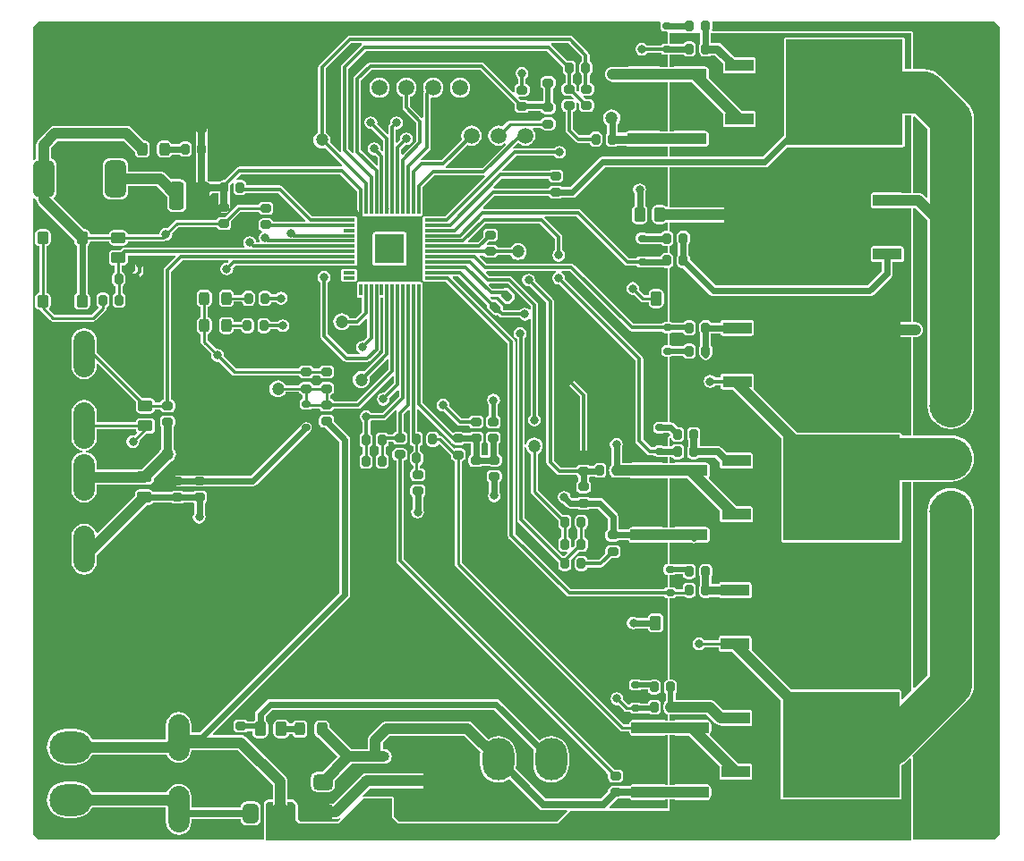
<source format=gtl>
G04 Layer_Physical_Order=1*
G04 Layer_Color=255*
%FSLAX25Y25*%
%MOIN*%
G70*
G01*
G75*
G04:AMPARAMS|DCode=10|XSize=39.37mil|YSize=31.5mil|CornerRadius=7.87mil|HoleSize=0mil|Usage=FLASHONLY|Rotation=270.000|XOffset=0mil|YOffset=0mil|HoleType=Round|Shape=RoundedRectangle|*
%AMROUNDEDRECTD10*
21,1,0.03937,0.01575,0,0,270.0*
21,1,0.02362,0.03150,0,0,270.0*
1,1,0.01575,-0.00787,-0.01181*
1,1,0.01575,-0.00787,0.01181*
1,1,0.01575,0.00787,0.01181*
1,1,0.01575,0.00787,-0.01181*
%
%ADD10ROUNDEDRECTD10*%
G04:AMPARAMS|DCode=11|XSize=39.37mil|YSize=31.5mil|CornerRadius=7.87mil|HoleSize=0mil|Usage=FLASHONLY|Rotation=0.000|XOffset=0mil|YOffset=0mil|HoleType=Round|Shape=RoundedRectangle|*
%AMROUNDEDRECTD11*
21,1,0.03937,0.01575,0,0,0.0*
21,1,0.02362,0.03150,0,0,0.0*
1,1,0.01575,0.01181,-0.00787*
1,1,0.01575,-0.01181,-0.00787*
1,1,0.01575,-0.01181,0.00787*
1,1,0.01575,0.01181,0.00787*
%
%ADD11ROUNDEDRECTD11*%
G04:AMPARAMS|DCode=12|XSize=39.37mil|YSize=31.5mil|CornerRadius=7.87mil|HoleSize=0mil|Usage=FLASHONLY|Rotation=315.000|XOffset=0mil|YOffset=0mil|HoleType=Round|Shape=RoundedRectangle|*
%AMROUNDEDRECTD12*
21,1,0.03937,0.01575,0,0,315.0*
21,1,0.02362,0.03150,0,0,315.0*
1,1,0.01575,0.00278,-0.01392*
1,1,0.01575,-0.01392,0.00278*
1,1,0.01575,-0.00278,0.01392*
1,1,0.01575,0.01392,-0.00278*
%
%ADD12ROUNDEDRECTD12*%
G04:AMPARAMS|DCode=13|XSize=39.37mil|YSize=47.24mil|CornerRadius=9.84mil|HoleSize=0mil|Usage=FLASHONLY|Rotation=180.000|XOffset=0mil|YOffset=0mil|HoleType=Round|Shape=RoundedRectangle|*
%AMROUNDEDRECTD13*
21,1,0.03937,0.02756,0,0,180.0*
21,1,0.01968,0.04724,0,0,180.0*
1,1,0.01968,-0.00984,0.01378*
1,1,0.01968,0.00984,0.01378*
1,1,0.01968,0.00984,-0.01378*
1,1,0.01968,-0.00984,-0.01378*
%
%ADD13ROUNDEDRECTD13*%
%ADD14O,0.07874X0.17323*%
G04:AMPARAMS|DCode=15|XSize=55.12mil|YSize=41.34mil|CornerRadius=10.34mil|HoleSize=0mil|Usage=FLASHONLY|Rotation=180.000|XOffset=0mil|YOffset=0mil|HoleType=Round|Shape=RoundedRectangle|*
%AMROUNDEDRECTD15*
21,1,0.05512,0.02067,0,0,180.0*
21,1,0.03445,0.04134,0,0,180.0*
1,1,0.02067,-0.01722,0.01034*
1,1,0.02067,0.01722,0.01034*
1,1,0.02067,0.01722,-0.01034*
1,1,0.02067,-0.01722,-0.01034*
%
%ADD15ROUNDEDRECTD15*%
%ADD16R,0.04331X0.01181*%
%ADD17R,0.01181X0.04331*%
%ADD18R,0.11024X0.11024*%
G04:AMPARAMS|DCode=19|XSize=106.3mil|YSize=55.12mil|CornerRadius=13.78mil|HoleSize=0mil|Usage=FLASHONLY|Rotation=270.000|XOffset=0mil|YOffset=0mil|HoleType=Round|Shape=RoundedRectangle|*
%AMROUNDEDRECTD19*
21,1,0.10630,0.02756,0,0,270.0*
21,1,0.07874,0.05512,0,0,270.0*
1,1,0.02756,-0.01378,-0.03937*
1,1,0.02756,-0.01378,0.03937*
1,1,0.02756,0.01378,0.03937*
1,1,0.02756,0.01378,-0.03937*
%
%ADD19ROUNDEDRECTD19*%
G04:AMPARAMS|DCode=20|XSize=129.92mil|YSize=43.31mil|CornerRadius=10.83mil|HoleSize=0mil|Usage=FLASHONLY|Rotation=180.000|XOffset=0mil|YOffset=0mil|HoleType=Round|Shape=RoundedRectangle|*
%AMROUNDEDRECTD20*
21,1,0.12992,0.02165,0,0,180.0*
21,1,0.10827,0.04331,0,0,180.0*
1,1,0.02165,-0.05413,0.01083*
1,1,0.02165,0.05413,0.01083*
1,1,0.02165,0.05413,-0.01083*
1,1,0.02165,-0.05413,-0.01083*
%
%ADD20ROUNDEDRECTD20*%
G04:AMPARAMS|DCode=21|XSize=47.24mil|YSize=43.31mil|CornerRadius=10.83mil|HoleSize=0mil|Usage=FLASHONLY|Rotation=90.000|XOffset=0mil|YOffset=0mil|HoleType=Round|Shape=RoundedRectangle|*
%AMROUNDEDRECTD21*
21,1,0.04724,0.02165,0,0,90.0*
21,1,0.02559,0.04331,0,0,90.0*
1,1,0.02165,0.01083,0.01279*
1,1,0.02165,0.01083,-0.01279*
1,1,0.02165,-0.01083,-0.01279*
1,1,0.02165,-0.01083,0.01279*
%
%ADD21ROUNDEDRECTD21*%
G04:AMPARAMS|DCode=22|XSize=78.74mil|YSize=137.8mil|CornerRadius=19.68mil|HoleSize=0mil|Usage=FLASHONLY|Rotation=180.000|XOffset=0mil|YOffset=0mil|HoleType=Round|Shape=RoundedRectangle|*
%AMROUNDEDRECTD22*
21,1,0.07874,0.09842,0,0,180.0*
21,1,0.03937,0.13780,0,0,180.0*
1,1,0.03937,-0.01968,0.04921*
1,1,0.03937,0.01968,0.04921*
1,1,0.03937,0.01968,-0.04921*
1,1,0.03937,-0.01968,-0.04921*
%
%ADD22ROUNDEDRECTD22*%
G04:AMPARAMS|DCode=23|XSize=24.8mil|YSize=32.68mil|CornerRadius=6.2mil|HoleSize=0mil|Usage=FLASHONLY|Rotation=90.000|XOffset=0mil|YOffset=0mil|HoleType=Round|Shape=RoundedRectangle|*
%AMROUNDEDRECTD23*
21,1,0.02480,0.02028,0,0,90.0*
21,1,0.01240,0.03268,0,0,90.0*
1,1,0.01240,0.01014,0.00620*
1,1,0.01240,0.01014,-0.00620*
1,1,0.01240,-0.01014,-0.00620*
1,1,0.01240,-0.01014,0.00620*
%
%ADD23ROUNDEDRECTD23*%
%ADD24R,0.10630X0.04331*%
%ADD25R,0.43307X0.39370*%
G04:AMPARAMS|DCode=26|XSize=129.92mil|YSize=106.3mil|CornerRadius=26.57mil|HoleSize=0mil|Usage=FLASHONLY|Rotation=90.000|XOffset=0mil|YOffset=0mil|HoleType=Round|Shape=RoundedRectangle|*
%AMROUNDEDRECTD26*
21,1,0.12992,0.05315,0,0,90.0*
21,1,0.07677,0.10630,0,0,90.0*
1,1,0.05315,0.02657,0.03839*
1,1,0.05315,0.02657,-0.03839*
1,1,0.05315,-0.02657,-0.03839*
1,1,0.05315,-0.02657,0.03839*
%
%ADD26ROUNDEDRECTD26*%
%ADD27O,0.10630X0.03937*%
G04:AMPARAMS|DCode=28|XSize=72.83mil|YSize=57.09mil|CornerRadius=14.27mil|HoleSize=0mil|Usage=FLASHONLY|Rotation=180.000|XOffset=0mil|YOffset=0mil|HoleType=Round|Shape=RoundedRectangle|*
%AMROUNDEDRECTD28*
21,1,0.07283,0.02854,0,0,180.0*
21,1,0.04429,0.05709,0,0,180.0*
1,1,0.02854,-0.02215,0.01427*
1,1,0.02854,0.02215,0.01427*
1,1,0.02854,0.02215,-0.01427*
1,1,0.02854,-0.02215,-0.01427*
%
%ADD28ROUNDEDRECTD28*%
G04:AMPARAMS|DCode=29|XSize=72.83mil|YSize=57.09mil|CornerRadius=14.27mil|HoleSize=0mil|Usage=FLASHONLY|Rotation=270.000|XOffset=0mil|YOffset=0mil|HoleType=Round|Shape=RoundedRectangle|*
%AMROUNDEDRECTD29*
21,1,0.07283,0.02854,0,0,270.0*
21,1,0.04429,0.05709,0,0,270.0*
1,1,0.02854,-0.01427,-0.02215*
1,1,0.02854,-0.01427,0.02215*
1,1,0.02854,0.01427,0.02215*
1,1,0.02854,0.01427,-0.02215*
%
%ADD29ROUNDEDRECTD29*%
G04:AMPARAMS|DCode=30|XSize=53.15mil|YSize=43.31mil|CornerRadius=10.83mil|HoleSize=0mil|Usage=FLASHONLY|Rotation=270.000|XOffset=0mil|YOffset=0mil|HoleType=Round|Shape=RoundedRectangle|*
%AMROUNDEDRECTD30*
21,1,0.05315,0.02165,0,0,270.0*
21,1,0.03150,0.04331,0,0,270.0*
1,1,0.02165,-0.01083,-0.01575*
1,1,0.02165,-0.01083,0.01575*
1,1,0.02165,0.01083,0.01575*
1,1,0.02165,0.01083,-0.01575*
%
%ADD30ROUNDEDRECTD30*%
G04:AMPARAMS|DCode=31|XSize=55.12mil|YSize=41.34mil|CornerRadius=10.34mil|HoleSize=0mil|Usage=FLASHONLY|Rotation=90.000|XOffset=0mil|YOffset=0mil|HoleType=Round|Shape=RoundedRectangle|*
%AMROUNDEDRECTD31*
21,1,0.05512,0.02067,0,0,90.0*
21,1,0.03445,0.04134,0,0,90.0*
1,1,0.02067,0.01034,0.01722*
1,1,0.02067,0.01034,-0.01722*
1,1,0.02067,-0.01034,-0.01722*
1,1,0.02067,-0.01034,0.01722*
%
%ADD31ROUNDEDRECTD31*%
%ADD32C,0.00984*%
%ADD33C,0.01181*%
%ADD34C,0.01968*%
%ADD35C,0.15748*%
%ADD36C,0.02362*%
%ADD37C,0.03937*%
%ADD38C,0.03150*%
%ADD39C,0.01000*%
%ADD40C,0.02756*%
%ADD41C,0.04331*%
%ADD42C,0.01575*%
%ADD43C,0.04724*%
%ADD44C,0.05905*%
%ADD45O,0.15748X0.11811*%
%ADD46O,0.11811X0.15748*%
%ADD47C,0.03150*%
G36*
X470654Y346358D02*
X470154Y346206D01*
X470063Y346342D01*
X469460Y346745D01*
X468750Y346886D01*
X466683D01*
X465973Y346745D01*
X465370Y346342D01*
X464968Y345740D01*
X464826Y345029D01*
Y341585D01*
X464968Y340874D01*
X465370Y340272D01*
X465973Y339869D01*
X466683Y339728D01*
X468750D01*
X469460Y339869D01*
X470063Y340272D01*
X470168Y340429D01*
X470654D01*
Y337196D01*
X469587D01*
X468972Y337074D01*
X468451Y336726D01*
X468271Y336456D01*
X462476D01*
X462234Y336504D01*
X460207D01*
X459657Y336395D01*
X459192Y336084D01*
X458881Y335618D01*
X458772Y335069D01*
Y333829D01*
X458881Y333280D01*
X459192Y332814D01*
X459657Y332503D01*
X460207Y332394D01*
X462234D01*
X462476Y332442D01*
X468218D01*
X468451Y332093D01*
X468972Y331745D01*
X469587Y331623D01*
X470654D01*
Y328928D01*
X469587D01*
X468972Y328806D01*
X468451Y328458D01*
X468103Y327937D01*
X468059Y327716D01*
X462476D01*
X462234Y327764D01*
X460207D01*
X459657Y327655D01*
X459192Y327344D01*
X459038Y327114D01*
X456173D01*
X438297Y344989D01*
X437841Y345294D01*
X437303Y345401D01*
X402131D01*
X401923Y345901D01*
X406192Y350170D01*
X426373D01*
X426719Y349652D01*
X427240Y349304D01*
X427854Y349182D01*
X430217D01*
X430831Y349304D01*
X431226Y349568D01*
X435138D01*
X435906Y349721D01*
X436557Y350156D01*
X447288Y360887D01*
X470654D01*
Y346358D01*
D02*
G37*
G36*
X567379Y375234D02*
Y349705D01*
X566917Y349514D01*
X565922Y350509D01*
X565346Y350951D01*
X564676Y351228D01*
X563957Y351323D01*
X562122D01*
Y379784D01*
X562622Y379991D01*
X567379Y375234D01*
D02*
G37*
G36*
X561319Y351323D02*
X558274D01*
X558083Y351450D01*
X557776Y351512D01*
X547146D01*
X546838Y351450D01*
X546578Y351276D01*
X546404Y351016D01*
X546343Y350709D01*
Y346378D01*
X546404Y346071D01*
X546578Y345810D01*
X546838Y345636D01*
X547146Y345575D01*
X557776D01*
X558083Y345636D01*
X558274Y345764D01*
X561319D01*
X561319Y303173D01*
X545039D01*
X544320Y303079D01*
X543649Y302801D01*
X543074Y302359D01*
X533763Y293048D01*
X533321Y292473D01*
X533171Y292109D01*
X533121Y292076D01*
X532816Y291620D01*
X532709Y291083D01*
X532816Y290545D01*
X533121Y290089D01*
X533171Y290056D01*
X533321Y289693D01*
X533763Y289117D01*
X534339Y288675D01*
X535009Y288398D01*
X535728Y288303D01*
X536448Y288398D01*
X537118Y288675D01*
X537694Y289117D01*
X546191Y297614D01*
X561319D01*
Y261066D01*
X557889D01*
Y261181D01*
X557828Y261488D01*
X557654Y261749D01*
X557394Y261923D01*
X557087Y261984D01*
X518876D01*
X502467Y278393D01*
X502612Y278610D01*
X502673Y278917D01*
Y283248D01*
X502612Y283555D01*
X502438Y283816D01*
X502177Y283990D01*
X501870Y284051D01*
X491240D01*
X490933Y283990D01*
X490672Y283816D01*
X490498Y283555D01*
X490437Y283248D01*
Y282488D01*
X488431D01*
X488219Y282805D01*
X487437Y283328D01*
X486516Y283511D01*
X485594Y283328D01*
X484813Y282805D01*
X484291Y282024D01*
X484107Y281102D01*
X484291Y280181D01*
X484813Y279399D01*
X485594Y278877D01*
X486516Y278694D01*
X487437Y278877D01*
X488219Y279399D01*
X488405Y279678D01*
X490437D01*
Y278917D01*
X490498Y278610D01*
X490672Y278350D01*
X490933Y278176D01*
X491240Y278115D01*
X494884D01*
X512977Y260021D01*
Y221811D01*
X513038Y221504D01*
X513212Y221243D01*
X513472Y221069D01*
X513779Y221008D01*
X557087D01*
X557394Y221069D01*
X557654Y221243D01*
X557828Y221504D01*
X557889Y221811D01*
Y243659D01*
X561319D01*
X561319Y165655D01*
X558154Y162490D01*
X557693Y162682D01*
Y165354D01*
X557631Y165662D01*
X557457Y165922D01*
X557197Y166096D01*
X556890Y166157D01*
X516790D01*
X501882Y181065D01*
X501886Y181083D01*
Y185413D01*
X501824Y185721D01*
X501650Y185981D01*
X501390Y186155D01*
X501083Y186216D01*
X490453D01*
X490145Y186155D01*
X489885Y185981D01*
X489711Y185721D01*
X489650Y185413D01*
Y184572D01*
X484351D01*
X484085Y184971D01*
X483304Y185493D01*
X482382Y185676D01*
X481460Y185493D01*
X480679Y184971D01*
X480157Y184189D01*
X479973Y183268D01*
X480157Y182346D01*
X480679Y181565D01*
X481460Y181043D01*
X482382Y180859D01*
X483304Y181043D01*
X484085Y181565D01*
X484351Y181963D01*
X489650D01*
Y181083D01*
X489711Y180775D01*
X489885Y180515D01*
X490145Y180341D01*
X490453Y180280D01*
X494805D01*
X512780Y162305D01*
Y125984D01*
X512841Y125677D01*
X513015Y125417D01*
X513275Y125243D01*
X513583Y125181D01*
X556890D01*
X557197Y125243D01*
X557457Y125417D01*
X557631Y125677D01*
X557693Y125984D01*
Y138013D01*
X558477Y138433D01*
X559796Y139515D01*
X560857Y140576D01*
X561319Y140385D01*
Y122343D01*
X561319Y120925D01*
D01*
Y109941D01*
X321063D01*
Y123622D01*
X321850Y124409D01*
X323598D01*
Y120079D01*
X323693Y119359D01*
X323971Y118689D01*
X324412Y118113D01*
X324988Y117672D01*
X325658Y117394D01*
X326378Y117299D01*
X327097Y117394D01*
X327768Y117672D01*
X328344Y118113D01*
X328785Y118689D01*
X329063Y119359D01*
X329158Y120079D01*
Y124409D01*
X331004D01*
X332087Y123327D01*
Y117520D01*
X333366Y116240D01*
X348228D01*
X357480Y125492D01*
X367913D01*
Y118701D01*
X370374Y116240D01*
X429823D01*
X434646Y121063D01*
X471457D01*
Y125173D01*
X473386D01*
X473483Y125109D01*
X474213Y124963D01*
X485039D01*
X485769Y125109D01*
X486388Y125522D01*
X486801Y126140D01*
X486946Y126870D01*
Y129035D01*
X486801Y129765D01*
X486388Y130384D01*
X485769Y130797D01*
X485039Y130942D01*
X474213D01*
X473483Y130797D01*
X473386Y130732D01*
X471457D01*
Y149189D01*
X473386D01*
X473483Y149124D01*
X474213Y148979D01*
X478684D01*
X489945Y137718D01*
Y133504D01*
X490006Y133197D01*
X490180Y132936D01*
X490441Y132762D01*
X490748Y132701D01*
X501378D01*
X501685Y132762D01*
X501946Y132936D01*
X502120Y133197D01*
X502181Y133504D01*
Y137835D01*
X502120Y138142D01*
X501946Y138402D01*
X501685Y138576D01*
X501378Y138637D01*
X496888D01*
X486352Y149174D01*
X486388Y149538D01*
X486801Y150156D01*
X486946Y150886D01*
Y153051D01*
X486801Y153781D01*
X486388Y154399D01*
X485769Y154813D01*
X485039Y154958D01*
X474213D01*
X473483Y154813D01*
X473386Y154748D01*
X471457D01*
Y156859D01*
X472539D01*
X472575Y156866D01*
X485168D01*
X488389Y153645D01*
X488965Y153203D01*
X489635Y152925D01*
X490335Y152833D01*
X490441Y152762D01*
X490748Y152701D01*
X501378D01*
X501685Y152762D01*
X501946Y152936D01*
X502120Y153197D01*
X502181Y153504D01*
Y157835D01*
X502120Y158142D01*
X501946Y158402D01*
X501685Y158576D01*
X501378Y158637D01*
X491258D01*
X488284Y161611D01*
X487709Y162053D01*
X487038Y162331D01*
X486319Y162425D01*
X473558D01*
Y164732D01*
X473675Y164810D01*
X474023Y165330D01*
X474145Y165945D01*
Y168307D01*
X474023Y168921D01*
X473675Y169442D01*
X473154Y169790D01*
X472539Y169913D01*
X471457D01*
Y200268D01*
X472569D01*
X473118Y200377D01*
X473584Y200688D01*
X473804Y201018D01*
X476694D01*
X476817Y200833D01*
X477338Y200485D01*
X477953Y200363D01*
X479528D01*
X480142Y200485D01*
X480663Y200833D01*
X481011Y201354D01*
X481133Y201969D01*
Y204331D01*
X481011Y204945D01*
X480663Y205466D01*
X480142Y205814D01*
X479528Y205936D01*
X477953D01*
X477338Y205814D01*
X476817Y205466D01*
X476469Y204945D01*
X476347Y204331D01*
Y203627D01*
X473804D01*
X473584Y203958D01*
X473118Y204269D01*
X472569Y204378D01*
X471457D01*
Y209008D01*
X472569D01*
X473118Y209117D01*
X473327Y209257D01*
X476347D01*
Y209055D01*
X476469Y208441D01*
X476817Y207920D01*
X477338Y207572D01*
X477953Y207450D01*
X479528D01*
X480142Y207572D01*
X480663Y207920D01*
X481011Y208441D01*
X481133Y209055D01*
Y211417D01*
X481011Y212032D01*
X480663Y212553D01*
X480142Y212901D01*
X479528Y213023D01*
X477953D01*
X477338Y212901D01*
X477291Y212869D01*
X473327D01*
X473118Y213009D01*
X472569Y213118D01*
X471457D01*
Y221039D01*
X472894D01*
X472991Y220975D01*
X473720Y220830D01*
X479712D01*
X480217Y220729D01*
X480721Y220830D01*
X484547D01*
X485277Y220975D01*
X485895Y221388D01*
X486309Y222007D01*
X486454Y222736D01*
Y224902D01*
X486309Y225631D01*
X485895Y226250D01*
X485277Y226663D01*
X484547Y226808D01*
X473720D01*
X472991Y226663D01*
X472894Y226599D01*
X471457D01*
Y245055D01*
X472894D01*
X472991Y244990D01*
X473720Y244845D01*
X478192D01*
X490142Y232895D01*
Y229331D01*
X490203Y229024D01*
X490377Y228763D01*
X490638Y228589D01*
X490945Y228528D01*
X501575D01*
X501882Y228589D01*
X502142Y228763D01*
X502317Y229024D01*
X502378Y229331D01*
Y233661D01*
X502317Y233969D01*
X502142Y234229D01*
X501882Y234403D01*
X501575Y234464D01*
X496435D01*
X485860Y245040D01*
X485895Y245404D01*
X486309Y246022D01*
X486454Y246752D01*
Y248917D01*
X486309Y249647D01*
X485895Y250266D01*
X485277Y250679D01*
X484547Y250824D01*
X473720D01*
X472991Y250679D01*
X472894Y250614D01*
X471457D01*
Y253072D01*
X472031D01*
X472040Y253027D01*
X472388Y252506D01*
X472909Y252158D01*
X473524Y252036D01*
X475098D01*
X475713Y252158D01*
X476234Y252506D01*
X476582Y253027D01*
X476704Y253642D01*
Y256004D01*
X476582Y256618D01*
X476234Y257139D01*
X475713Y257487D01*
X475098Y257610D01*
X473524D01*
X472909Y257487D01*
X472388Y257139D01*
X472353Y257086D01*
X471457D01*
Y259911D01*
X471957Y259960D01*
X472040Y259540D01*
X472388Y259019D01*
X472909Y258671D01*
X473524Y258549D01*
X475098D01*
X475713Y258671D01*
X476234Y259019D01*
X476582Y259540D01*
X476704Y260155D01*
Y262517D01*
X476582Y263131D01*
X476234Y263652D01*
X475713Y264000D01*
X475098Y264122D01*
X474363D01*
X473247Y265238D01*
X472596Y265673D01*
X471828Y265826D01*
X471457D01*
Y290366D01*
X471683D01*
X472232Y290475D01*
X472441Y290615D01*
X476476D01*
X476817Y290105D01*
X477338Y289757D01*
X477953Y289634D01*
X479528D01*
X480142Y289757D01*
X480663Y290105D01*
X481011Y290626D01*
X481133Y291240D01*
Y293602D01*
X481011Y294217D01*
X480663Y294738D01*
X480142Y295086D01*
X479528Y295208D01*
X477953D01*
X477338Y295086D01*
X476817Y294738D01*
X476477Y294228D01*
X472441D01*
X472232Y294367D01*
X471683Y294476D01*
X471457D01*
Y299106D01*
X471683D01*
X472232Y299216D01*
X472441Y299355D01*
X476456D01*
X476469Y299287D01*
X476817Y298766D01*
X477338Y298418D01*
X477953Y298296D01*
X479528D01*
X480142Y298418D01*
X480663Y298766D01*
X481011Y299287D01*
X481133Y299902D01*
Y302264D01*
X481011Y302878D01*
X480663Y303399D01*
X480142Y303747D01*
X479528Y303869D01*
X477953D01*
X477338Y303747D01*
X476817Y303399D01*
X476529Y302968D01*
X472441D01*
X472232Y303107D01*
X471683Y303217D01*
X471457D01*
Y323414D01*
X471776Y323477D01*
X472297Y323825D01*
X472645Y324346D01*
X472767Y324961D01*
Y327323D01*
X472645Y327937D01*
X472297Y328458D01*
X471776Y328806D01*
X471457Y328870D01*
Y331681D01*
X471776Y331745D01*
X472297Y332093D01*
X472645Y332614D01*
X472767Y333228D01*
Y335591D01*
X472645Y336205D01*
X472297Y336726D01*
X471776Y337074D01*
X471457Y337138D01*
Y340429D01*
X507471D01*
X511322Y336578D01*
X511898Y336136D01*
X512568Y335858D01*
X513287Y335764D01*
X514007Y335858D01*
X514677Y336136D01*
X515253Y336578D01*
X515695Y337154D01*
X515972Y337824D01*
X516067Y338543D01*
X515972Y339263D01*
X515695Y339933D01*
X515253Y340509D01*
X510588Y345174D01*
X510012Y345616D01*
X509341Y345894D01*
X508622Y345988D01*
X471457D01*
Y360887D01*
X506791D01*
X507559Y361039D01*
X508211Y361474D01*
X515166Y368429D01*
X558169D01*
X558476Y368491D01*
X558737Y368665D01*
X558911Y368925D01*
X558972Y369232D01*
Y380214D01*
X561319D01*
Y351323D01*
D02*
G37*
G36*
X429055Y321717D02*
X428415Y321290D01*
X427893Y320508D01*
X427710Y319587D01*
X427893Y318665D01*
X428415Y317884D01*
X429196Y317361D01*
X430118Y317178D01*
X430470Y317248D01*
X458733Y288985D01*
Y258957D01*
X458840Y258419D01*
X459144Y257963D01*
X463022Y254085D01*
X463478Y253781D01*
X464016Y253674D01*
X465534D01*
X465688Y253444D01*
X466154Y253133D01*
X466703Y253024D01*
X468730D01*
X468972Y253072D01*
X470654D01*
Y250614D01*
X469232D01*
X469135Y250679D01*
X468405Y250824D01*
X457579D01*
X457019Y250713D01*
X453582D01*
Y256429D01*
X453800Y256755D01*
X453983Y257677D01*
X453800Y258599D01*
X453278Y259380D01*
X452496Y259902D01*
X451575Y260086D01*
X450653Y259902D01*
X449872Y259380D01*
X449350Y258599D01*
X449166Y257677D01*
X449350Y256755D01*
X449568Y256429D01*
Y250123D01*
X449304Y249729D01*
X449243Y249421D01*
X449167Y249323D01*
X448890Y248653D01*
X448795Y247933D01*
X448890Y247214D01*
X449167Y246543D01*
X449243Y246445D01*
X449304Y246137D01*
X449652Y245617D01*
X450173Y245269D01*
X450787Y245146D01*
X452362D01*
X452398Y245153D01*
X456605D01*
X456849Y244990D01*
X457579Y244845D01*
X468405D01*
X469135Y244990D01*
X469232Y245055D01*
X470654D01*
Y226599D01*
X469232D01*
X469135Y226663D01*
X468405Y226808D01*
X457579D01*
X456849Y226663D01*
X456230Y226250D01*
X455947Y225826D01*
X452486D01*
X452302Y225948D01*
Y230709D01*
X452150Y231477D01*
X451715Y232128D01*
X446711Y237131D01*
X446060Y237566D01*
X445292Y237719D01*
X441544D01*
X441149Y237982D01*
X440534Y238105D01*
X438172D01*
X437558Y237982D01*
X437163Y237719D01*
X435198D01*
X434487Y238430D01*
X434410Y238815D01*
X433888Y239597D01*
X433107Y240119D01*
X432185Y240302D01*
X431263Y240119D01*
X430482Y239597D01*
X429960Y238815D01*
X429777Y237894D01*
X429960Y236972D01*
X430482Y236191D01*
X431263Y235669D01*
X431648Y235592D01*
X432948Y234292D01*
X433599Y233857D01*
X434367Y233704D01*
X437163D01*
X437558Y233441D01*
X438172Y233318D01*
X440534D01*
X441149Y233441D01*
X441544Y233704D01*
X444461D01*
X448288Y229877D01*
Y225948D01*
X447979Y225742D01*
X447631Y225221D01*
X447508Y224606D01*
Y223031D01*
X447631Y222417D01*
X447979Y221896D01*
X448500Y221548D01*
X449114Y221426D01*
X451476D01*
X452091Y221548D01*
X452486Y221812D01*
X455947D01*
X456230Y221388D01*
X456849Y220975D01*
X457579Y220830D01*
X468405D01*
X469135Y220975D01*
X469232Y221039D01*
X470654D01*
Y213118D01*
X470541D01*
X469992Y213009D01*
X469527Y212698D01*
X469215Y212232D01*
X469106Y211683D01*
Y210443D01*
X469215Y209894D01*
X469527Y209428D01*
X469992Y209117D01*
X470541Y209008D01*
X470654D01*
Y204378D01*
X470541D01*
X469992Y204269D01*
X469527Y203958D01*
X469373Y203728D01*
X434480D01*
X413905Y224302D01*
Y295866D01*
X413798Y296404D01*
X413493Y296860D01*
X390566Y319787D01*
X390758Y320249D01*
X392839D01*
X403529Y309559D01*
X403408Y308948D01*
X403530Y308333D01*
X403878Y307812D01*
X405548Y306142D01*
X406069Y305794D01*
X406684Y305672D01*
X407295Y305793D01*
X407880Y305207D01*
X408336Y304903D01*
X408874Y304796D01*
X415618D01*
X415817Y304498D01*
X416598Y303976D01*
X417520Y303792D01*
X418441Y303976D01*
X419158Y304454D01*
X419658Y304318D01*
Y268635D01*
X419360Y268435D01*
X418838Y267654D01*
X418654Y266732D01*
X418838Y265811D01*
X419360Y265029D01*
X420141Y264507D01*
X421063Y264324D01*
X421985Y264507D01*
X422766Y265029D01*
X423288Y265811D01*
X423471Y266732D01*
X423288Y267654D01*
X422766Y268435D01*
X422468Y268635D01*
Y309646D01*
X422361Y310183D01*
X422056Y310639D01*
X412805Y319891D01*
X412349Y320196D01*
X411811Y320303D01*
X404421D01*
X403006Y321717D01*
X403213Y322217D01*
X428903D01*
X429055Y321717D01*
D02*
G37*
G36*
X419658Y309064D02*
Y308084D01*
X419158Y307947D01*
X418441Y308426D01*
X417520Y308609D01*
X416598Y308426D01*
X415817Y307904D01*
X415618Y307606D01*
X409721D01*
X409337Y308056D01*
X409403Y308391D01*
X409281Y309005D01*
X408933Y309526D01*
X407263Y311197D01*
X406742Y311545D01*
X406127Y311667D01*
X405516Y311545D01*
X404774Y312288D01*
X404863Y312579D01*
X405000Y312768D01*
X407821D01*
X407845Y312648D01*
X408193Y312127D01*
X409864Y310457D01*
X410384Y310109D01*
X410999Y309987D01*
X411613Y310109D01*
X412134Y310457D01*
X413248Y311571D01*
X413596Y312091D01*
X413718Y312706D01*
X413596Y313320D01*
X413248Y313841D01*
X411578Y315512D01*
X411057Y315860D01*
X410442Y315982D01*
X409828Y315860D01*
X409406Y315578D01*
X405503D01*
X404089Y316993D01*
X404296Y317493D01*
X411229D01*
X419658Y309064D01*
D02*
G37*
G36*
X456310Y300168D02*
X456766Y299863D01*
X457303Y299757D01*
X468487D01*
X468641Y299527D01*
X469106Y299216D01*
X469656Y299106D01*
X470654D01*
Y294476D01*
X469656D01*
X469106Y294367D01*
X468641Y294056D01*
X468330Y293590D01*
X468220Y293041D01*
Y291801D01*
X468330Y291252D01*
X468641Y290787D01*
X469106Y290475D01*
X469656Y290366D01*
X470654D01*
Y265826D01*
X468972D01*
X468730Y265874D01*
X466703D01*
X466154Y265765D01*
X465688Y265454D01*
X465377Y264988D01*
X465268Y264439D01*
Y263199D01*
X465377Y262650D01*
X465688Y262184D01*
X466154Y261873D01*
X466703Y261764D01*
X468730D01*
X468972Y261812D01*
X470996D01*
X471577Y261232D01*
X471390Y260711D01*
X471378Y260710D01*
X471265Y260675D01*
X471149Y260652D01*
X471116Y260630D01*
X471078Y260619D01*
X470987Y260544D01*
X470889Y260478D01*
X470867Y260445D01*
X470836Y260420D01*
X470781Y260316D01*
X470715Y260218D01*
X470707Y260179D01*
X470688Y260144D01*
X470677Y260026D01*
X470654Y259911D01*
Y257086D01*
X468972D01*
X468730Y257134D01*
X466703D01*
X466154Y257025D01*
X465688Y256714D01*
X465534Y256484D01*
X464598D01*
X461543Y259539D01*
Y289567D01*
X461436Y290105D01*
X461131Y290560D01*
X432457Y319235D01*
X432527Y319587D01*
X432343Y320508D01*
X431821Y321290D01*
X431181Y321717D01*
X431333Y322217D01*
X434261D01*
X456310Y300168D01*
D02*
G37*
G36*
X454597Y324715D02*
X455053Y324411D01*
X455590Y324304D01*
X459038D01*
X459192Y324074D01*
X459657Y323763D01*
X460207Y323654D01*
X462234D01*
X462476Y323702D01*
X468636D01*
X468972Y323477D01*
X469587Y323355D01*
X470654D01*
Y303217D01*
X469656D01*
X469106Y303107D01*
X468641Y302796D01*
X468487Y302566D01*
X457885D01*
X435836Y324616D01*
X435380Y324920D01*
X434842Y325027D01*
X403239D01*
X400606Y327661D01*
X400797Y328123D01*
X402128D01*
X402408Y327703D01*
X402929Y327355D01*
X403543Y327233D01*
X405905D01*
X406520Y327355D01*
X407041Y327703D01*
X407387Y328221D01*
X412093D01*
X412210Y327939D01*
X412714Y327281D01*
X413372Y326776D01*
X414138Y326459D01*
X414961Y326351D01*
X415783Y326459D01*
X416549Y326776D01*
X417207Y327281D01*
X417712Y327939D01*
X418029Y328705D01*
X418137Y329528D01*
X418029Y330350D01*
X417712Y331116D01*
X417207Y331774D01*
X416549Y332279D01*
X415783Y332596D01*
X414961Y332704D01*
X414138Y332596D01*
X413372Y332279D01*
X412714Y331774D01*
X412210Y331116D01*
X412174Y331031D01*
X407387D01*
X407041Y331549D01*
X406520Y331897D01*
X405905Y332019D01*
X403709D01*
X403490Y332455D01*
X403485Y332502D01*
X404318Y333335D01*
X405905D01*
X406520Y333457D01*
X407041Y333806D01*
X407389Y334327D01*
X407511Y334941D01*
Y336516D01*
X407389Y337130D01*
X407041Y337651D01*
X406520Y337999D01*
X405905Y338121D01*
X403543D01*
X402929Y337999D01*
X402408Y337651D01*
X402060Y337130D01*
X401938Y336516D01*
Y334941D01*
X401940Y334931D01*
X399910Y332901D01*
X396466D01*
X396275Y333363D01*
X402846Y339934D01*
X423040D01*
X428713Y334261D01*
Y330052D01*
X428415Y329853D01*
X427893Y329071D01*
X427710Y328150D01*
X427893Y327228D01*
X428415Y326447D01*
X429196Y325924D01*
X430118Y325741D01*
X431040Y325924D01*
X431821Y326447D01*
X432343Y327228D01*
X432527Y328150D01*
X432343Y329071D01*
X431821Y329853D01*
X431523Y330052D01*
Y334842D01*
X431416Y335380D01*
X431112Y335836D01*
X424856Y342091D01*
X425064Y342591D01*
X436721D01*
X454597Y324715D01*
D02*
G37*
G36*
X438753Y402075D02*
Y400596D01*
X438235Y400249D01*
X437887Y399729D01*
X437764Y399114D01*
Y396752D01*
X437887Y396137D01*
X438235Y395617D01*
X438753Y395271D01*
Y392349D01*
X438657Y392330D01*
X438136Y391982D01*
X437788Y391461D01*
X437666Y390846D01*
Y389438D01*
X437230Y389219D01*
X437183Y389213D01*
X436743Y389653D01*
Y390846D01*
X436621Y391461D01*
X436273Y391982D01*
X435752Y392330D01*
X435460Y392388D01*
Y395271D01*
X435978Y395617D01*
X436326Y396137D01*
X436448Y396752D01*
Y399114D01*
X436326Y399729D01*
X435978Y400249D01*
X435457Y400598D01*
X434842Y400720D01*
X433268D01*
X433257Y400718D01*
X427371Y406604D01*
X427290Y406658D01*
X427442Y407158D01*
X429626D01*
X433670Y407158D01*
X438753Y402075D01*
D02*
G37*
G36*
X594488Y413386D02*
Y112205D01*
X592520Y110236D01*
X562122D01*
Y120925D01*
X562122Y122343D01*
Y140385D01*
X562061Y140692D01*
X561887Y140953D01*
X561836Y141556D01*
X582237Y161956D01*
X582237Y161956D01*
X583319Y163275D01*
X584124Y164780D01*
X584619Y166412D01*
X584786Y168110D01*
X584786Y168110D01*
Y232677D01*
X584619Y234375D01*
X584124Y236008D01*
X583319Y237512D01*
X582237Y238831D01*
X580918Y239914D01*
X579413Y240718D01*
X577781Y241213D01*
X576083Y241381D01*
X574385Y241213D01*
X572752Y240718D01*
X571247Y239914D01*
X569929Y238831D01*
X568846Y237512D01*
X568042Y236008D01*
X567547Y234375D01*
X567379Y232677D01*
Y171715D01*
X562584Y166920D01*
X562122Y167111D01*
X562122Y243659D01*
X576083D01*
X577781Y243826D01*
X579413Y244321D01*
X580918Y245126D01*
X582237Y246208D01*
X583319Y247527D01*
X584124Y249032D01*
X584619Y250664D01*
X584786Y252362D01*
X584619Y254060D01*
X584124Y255693D01*
X583319Y257197D01*
X582237Y258516D01*
X580918Y259599D01*
X579413Y260403D01*
X577781Y260898D01*
X576083Y261066D01*
X562122D01*
Y297614D01*
X562992D01*
X563712Y297709D01*
X564382Y297986D01*
X564958Y298428D01*
X565399Y299004D01*
X565677Y299674D01*
X565772Y300394D01*
X565677Y301113D01*
X565399Y301783D01*
X564958Y302359D01*
X564382Y302801D01*
X563712Y303079D01*
X562992Y303173D01*
X562122D01*
X562122Y345764D01*
X562805D01*
X567379Y341190D01*
Y336417D01*
Y272047D01*
X567547Y270349D01*
X568042Y268717D01*
X568846Y267212D01*
X569929Y265893D01*
X571247Y264811D01*
X572752Y264006D01*
X574385Y263511D01*
X576083Y263344D01*
X577781Y263511D01*
X579413Y264006D01*
X580918Y264811D01*
X582237Y265893D01*
X583319Y267212D01*
X584124Y268717D01*
X584619Y270349D01*
X584786Y272047D01*
Y336417D01*
Y348917D01*
Y378839D01*
X584619Y380537D01*
X584124Y382169D01*
X583319Y383674D01*
X582237Y384993D01*
X582237Y384993D01*
X572158Y395072D01*
X570839Y396154D01*
X569335Y396958D01*
X567702Y397453D01*
X566004Y397621D01*
X562122D01*
Y410827D01*
X562061Y411134D01*
X561887Y411395D01*
X561626Y411568D01*
X561319Y411630D01*
X487498D01*
X487162Y412130D01*
X487236Y412500D01*
Y414862D01*
X487215Y414968D01*
X487532Y415354D01*
X592520D01*
X594488Y413386D01*
D02*
G37*
G36*
X468037Y414854D02*
X468034Y414850D01*
X467925Y414301D01*
Y413061D01*
X468034Y412512D01*
X468345Y412046D01*
X468811Y411735D01*
X469360Y411626D01*
X470442D01*
X470715Y411134D01*
X470654Y410827D01*
Y406996D01*
X469360D01*
X468811Y406887D01*
X468345Y406576D01*
X468179Y406326D01*
X463024D01*
X462825Y406624D01*
X462044Y407146D01*
X461122Y407330D01*
X460200Y407146D01*
X459419Y406624D01*
X458897Y405843D01*
X458714Y404921D01*
X458897Y404000D01*
X459419Y403218D01*
X460200Y402696D01*
X461122Y402513D01*
X462044Y402696D01*
X462825Y403218D01*
X463024Y403516D01*
X468205D01*
X468345Y403306D01*
X468811Y402995D01*
X469360Y402886D01*
X470654D01*
Y398351D01*
X470183Y398351D01*
X468149D01*
X468052Y398415D01*
X467323Y398560D01*
X456496D01*
X455766Y398415D01*
X455670Y398351D01*
X450098D01*
X449379Y398256D01*
X448709Y397978D01*
X448133Y397536D01*
X447691Y396961D01*
X447413Y396290D01*
X447319Y395571D01*
X447413Y394851D01*
X447691Y394181D01*
X448133Y393605D01*
X448709Y393164D01*
X449379Y392886D01*
X450098Y392791D01*
X455670D01*
X455766Y392727D01*
X456496Y392582D01*
X467323D01*
X468052Y392727D01*
X468149Y392791D01*
X470654Y392791D01*
Y374335D01*
X468149D01*
X468052Y374399D01*
X467323Y374545D01*
X456496D01*
X455766Y374399D01*
X455148Y373986D01*
X455067Y373865D01*
X452007D01*
Y377052D01*
X452049Y377084D01*
X452554Y377742D01*
X452872Y378508D01*
X452980Y379331D01*
X452872Y380153D01*
X452554Y380919D01*
X452049Y381577D01*
X451392Y382082D01*
X450625Y382399D01*
X449803Y382507D01*
X448981Y382399D01*
X448215Y382082D01*
X447557Y381577D01*
X447052Y380919D01*
X446735Y380153D01*
X446626Y379331D01*
X446735Y378508D01*
X447052Y377742D01*
X447557Y377084D01*
X447993Y376750D01*
Y373647D01*
X447729Y373252D01*
X447607Y372638D01*
Y371534D01*
X447591Y371457D01*
X447607Y371379D01*
Y370276D01*
X447729Y369661D01*
X448077Y369140D01*
X448598Y368792D01*
X449213Y368670D01*
X450787D01*
X451402Y368792D01*
X451785Y369048D01*
X455262D01*
X455766Y368711D01*
X456496Y368566D01*
X467323D01*
X468052Y368711D01*
X468149Y368775D01*
X470654D01*
Y364901D01*
X446457D01*
X445689Y364748D01*
X445038Y364313D01*
X434306Y353582D01*
X431226D01*
X430831Y353846D01*
X430217Y353968D01*
X427854D01*
X427240Y353846D01*
X426719Y353498D01*
X426373Y352980D01*
X405969D01*
X405762Y353480D01*
X409047Y356764D01*
X426274D01*
X426371Y356275D01*
X426719Y355754D01*
X427240Y355406D01*
X427854Y355284D01*
X430217D01*
X430831Y355406D01*
X431352Y355754D01*
X431700Y356275D01*
X431822Y356890D01*
Y358465D01*
X431700Y359079D01*
X431352Y359600D01*
X430831Y359948D01*
X430217Y360070D01*
X427854D01*
X427240Y359948D01*
X426719Y359600D01*
X426702Y359574D01*
X409360D01*
X409169Y360036D01*
X414263Y365130D01*
X428413D01*
X428612Y364832D01*
X429393Y364310D01*
X430315Y364127D01*
X431237Y364310D01*
X432018Y364832D01*
X432540Y365614D01*
X432723Y366535D01*
X432540Y367457D01*
X432018Y368238D01*
X431237Y368761D01*
X430315Y368944D01*
X429393Y368761D01*
X428612Y368238D01*
X428413Y367940D01*
X413681D01*
X413392Y367883D01*
X413145Y368344D01*
X414874Y370072D01*
X414931Y370069D01*
X415712Y369469D01*
X416622Y369092D01*
X417598Y368964D01*
X418575Y369092D01*
X419485Y369469D01*
X420266Y370069D01*
X420865Y370850D01*
X421242Y371760D01*
X421371Y372736D01*
X421242Y373713D01*
X420865Y374622D01*
X420381Y375254D01*
X420582Y375754D01*
X423400D01*
X423418Y375665D01*
X423766Y375144D01*
X424287Y374796D01*
X424902Y374674D01*
X427264D01*
X427878Y374796D01*
X428399Y375144D01*
X428747Y375665D01*
X428869Y376279D01*
Y377854D01*
X428747Y378469D01*
X428399Y378990D01*
X427878Y379338D01*
X427264Y379460D01*
X424902D01*
X424287Y379338D01*
X423766Y378990D01*
X423418Y378469D01*
X423400Y378380D01*
X411929D01*
X411427Y378280D01*
X411001Y377995D01*
X409148Y376143D01*
X408575Y376380D01*
X407598Y376509D01*
X406622Y376380D01*
X405712Y376003D01*
X404931Y375404D01*
X404331Y374622D01*
X403955Y373713D01*
X403826Y372736D01*
X403955Y371760D01*
X404331Y370850D01*
X404931Y370069D01*
X405712Y369469D01*
X406622Y369092D01*
X407598Y368964D01*
X408575Y369092D01*
X409485Y369469D01*
X409938Y369817D01*
X410269Y369441D01*
X401583Y360755D01*
X388278D01*
X388127Y361071D01*
X388104Y361255D01*
X396141Y369292D01*
X396622Y369092D01*
X397598Y368964D01*
X398575Y369092D01*
X399485Y369469D01*
X400266Y370069D01*
X400865Y370850D01*
X401242Y371760D01*
X401371Y372736D01*
X401242Y373713D01*
X400865Y374622D01*
X400266Y375404D01*
X399485Y376003D01*
X398575Y376380D01*
X397598Y376509D01*
X396622Y376380D01*
X395712Y376003D01*
X394931Y375404D01*
X394331Y374622D01*
X393954Y373713D01*
X393826Y372736D01*
X393954Y371760D01*
X394154Y371279D01*
X386485Y363610D01*
X379035D01*
X378992Y363601D01*
X378746Y364062D01*
X381997Y367314D01*
X382302Y367769D01*
X382409Y368307D01*
Y386624D01*
X382785Y386954D01*
X383366Y386877D01*
X384343Y387006D01*
X385252Y387383D01*
X386034Y387982D01*
X386633Y388763D01*
X387010Y389673D01*
X387139Y390650D01*
X387010Y391626D01*
X386633Y392536D01*
X386034Y393317D01*
X385252Y393917D01*
X384343Y394293D01*
X383366Y394422D01*
X382390Y394293D01*
X381480Y393917D01*
X380699Y393317D01*
X380099Y392536D01*
X379722Y391626D01*
X379594Y390650D01*
X379722Y389673D01*
X379933Y389165D01*
X379706Y388825D01*
X379599Y388287D01*
Y379591D01*
X379099Y379384D01*
X374771Y383712D01*
Y387183D01*
X375252Y387383D01*
X376034Y387982D01*
X376633Y388763D01*
X377010Y389673D01*
X377139Y390650D01*
X377010Y391626D01*
X376633Y392536D01*
X376034Y393317D01*
X375252Y393917D01*
X374342Y394293D01*
X373366Y394422D01*
X372390Y394293D01*
X371480Y393917D01*
X370699Y393317D01*
X370099Y392536D01*
X369722Y391626D01*
X369594Y390650D01*
X369722Y389673D01*
X370099Y388763D01*
X370699Y387982D01*
X371480Y387383D01*
X371961Y387183D01*
Y383130D01*
X372068Y382592D01*
X372373Y382137D01*
X377040Y377469D01*
Y370759D01*
X371946Y365665D01*
X371484Y365856D01*
Y367627D01*
X373074Y369217D01*
X373425Y369147D01*
X374347Y369330D01*
X375128Y369852D01*
X375650Y370633D01*
X375834Y371555D01*
X375650Y372477D01*
X375128Y373258D01*
X374347Y373780D01*
X373425Y373964D01*
X372503Y373780D01*
X371722Y373258D01*
X371200Y372477D01*
X371017Y371555D01*
X371087Y371203D01*
X369977Y370094D01*
X369515Y370285D01*
Y374913D01*
X369685Y375052D01*
X370607Y375236D01*
X371388Y375758D01*
X371910Y376539D01*
X372094Y377461D01*
X371910Y378382D01*
X371388Y379164D01*
X370607Y379686D01*
X369685Y379869D01*
X368763Y379686D01*
X367982Y379164D01*
X367460Y378382D01*
X367277Y377461D01*
X367347Y377109D01*
X367117Y376879D01*
X366812Y376424D01*
X366705Y375886D01*
Y373632D01*
X366243Y373440D01*
X362476Y377207D01*
X362546Y377559D01*
X362363Y378481D01*
X361841Y379262D01*
X361059Y379784D01*
X360138Y379967D01*
X359216Y379784D01*
X358435Y379262D01*
X357913Y378481D01*
X357729Y377559D01*
X357913Y376637D01*
X358435Y375856D01*
X359216Y375334D01*
X360138Y375151D01*
X360489Y375220D01*
X364737Y370973D01*
Y367037D01*
X364275Y366846D01*
X363657Y367463D01*
X363727Y367815D01*
X363544Y368737D01*
X363022Y369518D01*
X362241Y370040D01*
X361319Y370223D01*
X360397Y370040D01*
X359616Y369518D01*
X359094Y368737D01*
X358910Y367815D01*
X359094Y366893D01*
X359616Y366112D01*
X360397Y365590D01*
X361319Y365406D01*
X361670Y365476D01*
X362768Y364379D01*
Y361722D01*
X362306Y361531D01*
X356523Y367314D01*
Y393217D01*
X360523Y397217D01*
X400894D01*
X413652Y384459D01*
X413650Y384449D01*
Y382874D01*
X413772Y382260D01*
X414120Y381739D01*
X414641Y381391D01*
X415256Y381268D01*
X417618D01*
X418233Y381391D01*
X418753Y381739D01*
X418831Y381855D01*
X423401D01*
X423418Y381767D01*
X423766Y381246D01*
X424287Y380898D01*
X424902Y380776D01*
X427264D01*
X427878Y380898D01*
X428399Y381246D01*
X428747Y381767D01*
X428869Y382382D01*
Y383957D01*
X428747Y384571D01*
X428399Y385092D01*
X427889Y385433D01*
Y390158D01*
X428399Y390498D01*
X428747Y391019D01*
X428869Y391634D01*
Y393209D01*
X428747Y393823D01*
X428399Y394344D01*
X427878Y394692D01*
X427264Y394814D01*
X424902D01*
X424287Y394692D01*
X423766Y394344D01*
X423418Y393823D01*
X423296Y393209D01*
Y391634D01*
X423418Y391019D01*
X423766Y390498D01*
X424276Y390158D01*
Y385468D01*
X418831D01*
X418753Y385584D01*
X418233Y385932D01*
X417618Y386054D01*
X416031D01*
X415197Y386888D01*
X415203Y386935D01*
X415422Y387371D01*
X417618D01*
X418233Y387493D01*
X418753Y387841D01*
X419101Y388362D01*
X419224Y388976D01*
Y390551D01*
X419101Y391166D01*
X418753Y391687D01*
X418233Y392035D01*
X417842Y392112D01*
Y394062D01*
X418140Y394262D01*
X418662Y395043D01*
X418846Y395965D01*
X418662Y396886D01*
X418140Y397668D01*
X417359Y398190D01*
X416437Y398373D01*
X415515Y398190D01*
X414734Y397668D01*
X414212Y396886D01*
X414029Y395965D01*
X414212Y395043D01*
X414734Y394262D01*
X415032Y394062D01*
Y392112D01*
X414641Y392035D01*
X414120Y391687D01*
X413772Y391166D01*
X413650Y390551D01*
Y389142D01*
X413214Y388923D01*
X413168Y388918D01*
X402470Y399616D01*
X402014Y399920D01*
X401476Y400027D01*
X359941D01*
X359403Y399920D01*
X358947Y399616D01*
X354125Y394793D01*
X353820Y394337D01*
X353713Y393799D01*
Y366732D01*
X353746Y366566D01*
X353286Y366319D01*
X351700Y367905D01*
Y397646D01*
X358259Y404205D01*
X425796D01*
X431662Y398339D01*
Y396752D01*
X431784Y396137D01*
X432132Y395617D01*
X432650Y395271D01*
Y392427D01*
X432161Y392330D01*
X431640Y391982D01*
X431292Y391461D01*
X431170Y390846D01*
Y389272D01*
X431292Y388657D01*
X431640Y388136D01*
X432161Y387788D01*
X432776Y387666D01*
X434757D01*
X435669Y386754D01*
X435422Y386293D01*
X435138Y386350D01*
X432776D01*
X432161Y386227D01*
X431640Y385879D01*
X431292Y385359D01*
X431170Y384744D01*
Y383169D01*
X431292Y382555D01*
X431640Y382034D01*
X432161Y381686D01*
X432552Y381608D01*
Y374705D01*
X432659Y374167D01*
X432963Y373711D01*
X436211Y370463D01*
X436667Y370159D01*
X437205Y370052D01*
X441549D01*
X441627Y369661D01*
X441975Y369140D01*
X442496Y368792D01*
X443110Y368670D01*
X444685D01*
X445299Y368792D01*
X445820Y369140D01*
X446169Y369661D01*
X446291Y370276D01*
Y372638D01*
X446169Y373252D01*
X445820Y373773D01*
X445299Y374121D01*
X444685Y374243D01*
X443110D01*
X442496Y374121D01*
X441975Y373773D01*
X441627Y373252D01*
X441549Y372862D01*
X437787D01*
X435362Y375287D01*
Y381608D01*
X435752Y381686D01*
X436273Y382034D01*
X436621Y382555D01*
X436743Y383169D01*
Y384744D01*
X436687Y385029D01*
X437148Y385275D01*
X437668Y384754D01*
X437666Y384744D01*
Y383169D01*
X437788Y382555D01*
X438136Y382034D01*
X438657Y381686D01*
X439272Y381564D01*
X441634D01*
X442248Y381686D01*
X442769Y382034D01*
X443117Y382555D01*
X443239Y383169D01*
Y384744D01*
X443117Y385359D01*
X442769Y385879D01*
X442248Y386227D01*
X441634Y386350D01*
X440047D01*
X439213Y387183D01*
X439219Y387230D01*
X439437Y387666D01*
X441634D01*
X442248Y387788D01*
X442769Y388136D01*
X443117Y388657D01*
X443239Y389272D01*
Y390846D01*
X443117Y391461D01*
X442769Y391982D01*
X442248Y392330D01*
X441634Y392452D01*
X441562D01*
Y395271D01*
X442080Y395617D01*
X442428Y396137D01*
X442551Y396752D01*
Y399114D01*
X442428Y399729D01*
X442080Y400249D01*
X441562Y400596D01*
Y402658D01*
X441456Y403195D01*
X441151Y403651D01*
X435245Y409556D01*
X434790Y409861D01*
X434252Y409968D01*
X429626Y409968D01*
X352264D01*
X351726Y409861D01*
X351270Y409556D01*
X340936Y399222D01*
X340631Y398766D01*
X340524Y398228D01*
Y373989D01*
X340341Y373913D01*
X339683Y373408D01*
X339178Y372750D01*
X338861Y371984D01*
X338752Y371161D01*
X338861Y370339D01*
X339178Y369573D01*
X339683Y368915D01*
X340341Y368410D01*
X341107Y368093D01*
X341929Y367985D01*
X342751Y368093D01*
X342935Y368169D01*
X349502Y361601D01*
X349256Y361140D01*
X349213Y361149D01*
X311122D01*
X310584Y361042D01*
X310129Y360737D01*
X305598Y356207D01*
X305413Y356243D01*
X304569Y356075D01*
X303852Y355597D01*
X303824Y355554D01*
X300197D01*
X299740Y355463D01*
X299353Y355781D01*
Y367717D01*
Y375689D01*
X299185Y376534D01*
X298707Y377250D01*
X297990Y377729D01*
X297146Y377897D01*
X296301Y377729D01*
X295585Y377250D01*
X295106Y376534D01*
X294938Y375689D01*
Y367717D01*
Y350492D01*
X295106Y349647D01*
X295585Y348931D01*
X295643Y348892D01*
X295683Y348833D01*
X296399Y348354D01*
X297244Y348186D01*
X298089Y348354D01*
X298805Y348833D01*
X301111Y351139D01*
X303206D01*
Y346063D01*
X303374Y345218D01*
X303852Y344502D01*
X304569Y344023D01*
X305413Y343855D01*
X306258Y344023D01*
X306975Y344502D01*
X307453Y345218D01*
X307621Y346063D01*
Y354035D01*
X307585Y354220D01*
X308645Y355280D01*
X309105Y355033D01*
X309024Y354626D01*
Y352264D01*
X309146Y351649D01*
X309494Y351128D01*
X310016Y350780D01*
X310630Y350658D01*
X312205D01*
X312819Y350780D01*
X313340Y351128D01*
X313489Y351351D01*
X325698D01*
X335812Y341237D01*
X335620Y340775D01*
X323763D01*
X323744Y340870D01*
X323396Y341391D01*
X322875Y341739D01*
X322261Y341862D01*
X319899D01*
X319284Y341739D01*
X318763Y341391D01*
X318415Y340870D01*
X318293Y340256D01*
Y338681D01*
X318415Y338067D01*
X318763Y337546D01*
X319284Y337198D01*
X319514Y337152D01*
X319620Y336621D01*
X319065Y336250D01*
X318543Y335469D01*
X318359Y334547D01*
X318543Y333626D01*
X318732Y333342D01*
X318496Y332901D01*
X317462D01*
X317284Y333796D01*
X316762Y334577D01*
X315981Y335099D01*
X315059Y335282D01*
X314137Y335099D01*
X313356Y334577D01*
X312834Y333796D01*
X312651Y332874D01*
X312834Y331952D01*
X313181Y331433D01*
X312914Y330932D01*
X268504D01*
X267966Y330826D01*
X267511Y330521D01*
X267045Y330055D01*
X264419D01*
X263709Y329914D01*
X263106Y329512D01*
X262704Y328909D01*
X262563Y328199D01*
Y326132D01*
X262704Y325421D01*
X263106Y324819D01*
X263709Y324417D01*
X264419Y324275D01*
X264829D01*
Y321950D01*
X264317Y321608D01*
X263969Y321087D01*
X263847Y320472D01*
Y318110D01*
X263969Y317496D01*
X264317Y316975D01*
X264838Y316627D01*
X265124Y316570D01*
Y314100D01*
X265035Y314082D01*
X264514Y313734D01*
X264166Y313213D01*
X264044Y312598D01*
Y310236D01*
X264166Y309622D01*
X264514Y309101D01*
X265035Y308753D01*
X265650Y308631D01*
X267224D01*
X267839Y308753D01*
X268360Y309101D01*
X268708Y309622D01*
X268830Y310236D01*
Y312598D01*
X268708Y313213D01*
X268360Y313734D01*
X267839Y314082D01*
X267750Y314100D01*
Y316699D01*
X268163Y316975D01*
X268511Y317496D01*
X268633Y318110D01*
Y320472D01*
X268511Y321087D01*
X268163Y321608D01*
X267642Y321956D01*
X267454Y321993D01*
Y324275D01*
X267864D01*
X268575Y324417D01*
X269177Y324819D01*
X269579Y325421D01*
X269721Y326132D01*
Y328123D01*
X287293D01*
X287485Y327661D01*
X283455Y323631D01*
X283151Y323175D01*
X283044Y322638D01*
Y274396D01*
X282653Y274318D01*
X282132Y273970D01*
X281784Y273449D01*
X281767Y273360D01*
X279685D01*
X279619Y273693D01*
X279216Y274295D01*
X278614Y274697D01*
X277904Y274839D01*
X275147D01*
X258112Y291875D01*
Y296161D01*
X257949Y297395D01*
X257473Y298544D01*
X256716Y299531D01*
X255729Y300288D01*
X254580Y300764D01*
X253346Y300927D01*
X252113Y300764D01*
X250964Y300288D01*
X249977Y299531D01*
X249220Y298544D01*
X248744Y297395D01*
X248581Y296161D01*
Y286713D01*
X248744Y285479D01*
X249220Y284330D01*
X249977Y283343D01*
X250964Y282586D01*
X252113Y282110D01*
X253346Y281947D01*
X254580Y282110D01*
X255729Y282586D01*
X256716Y283343D01*
X257473Y284330D01*
X257949Y285479D01*
X258112Y286713D01*
Y287509D01*
X258574Y287700D01*
X272716Y273557D01*
X272602Y272982D01*
Y270915D01*
X272743Y270205D01*
X273146Y269603D01*
X273748Y269200D01*
X274459Y269059D01*
X277904D01*
X278614Y269200D01*
X279216Y269603D01*
X279619Y270205D01*
X279724Y270735D01*
X281767D01*
X281784Y270645D01*
X282132Y270124D01*
X282653Y269776D01*
X283268Y269654D01*
X285630D01*
X286244Y269776D01*
X286765Y270124D01*
X287113Y270645D01*
X287236Y271260D01*
Y272835D01*
X287113Y273449D01*
X286765Y273970D01*
X286244Y274318D01*
X285854Y274396D01*
Y322056D01*
X289952Y326154D01*
X306979D01*
X307159Y325717D01*
X306836Y325372D01*
X306496Y325440D01*
X305574Y325257D01*
X304793Y324734D01*
X304271Y323953D01*
X304088Y323031D01*
X304271Y322110D01*
X304793Y321328D01*
X305574Y320806D01*
X306496Y320623D01*
X307418Y320806D01*
X308199Y321328D01*
X308721Y322110D01*
X308905Y323031D01*
X308835Y323383D01*
X309637Y324186D01*
X352067D01*
X352125Y324197D01*
X354232D01*
X354539Y324258D01*
X354800Y324432D01*
X354974Y324693D01*
X355035Y325000D01*
Y326181D01*
X354974Y326488D01*
X354916Y326575D01*
X354974Y326661D01*
X355035Y326969D01*
Y328150D01*
X354974Y328457D01*
X354916Y328543D01*
X354974Y328630D01*
X355035Y328937D01*
Y330118D01*
X354974Y330425D01*
X354916Y330512D01*
X354974Y330598D01*
X355035Y330906D01*
Y332087D01*
X354974Y332394D01*
X354916Y332480D01*
X354974Y332567D01*
X355035Y332874D01*
Y334055D01*
X354974Y334362D01*
X354916Y334449D01*
X354974Y334535D01*
X355035Y334842D01*
Y336024D01*
X354974Y336331D01*
X354916Y336417D01*
X354974Y336504D01*
X355035Y336811D01*
Y337992D01*
X354974Y338299D01*
X354916Y338386D01*
X354974Y338472D01*
X355035Y338779D01*
Y339961D01*
X354974Y340268D01*
X354916Y340354D01*
X354974Y340441D01*
X355035Y340748D01*
Y341929D01*
X354974Y342236D01*
X354800Y342497D01*
X354539Y342671D01*
X354232Y342732D01*
X352125D01*
X352067Y342743D01*
X338279D01*
X327273Y353749D01*
X326817Y354054D01*
X326279Y354161D01*
X313810D01*
Y354626D01*
X313688Y355240D01*
X313340Y355761D01*
X312819Y356109D01*
X312205Y356232D01*
X310630D01*
X310223Y356151D01*
X309976Y356611D01*
X311704Y358339D01*
X348631D01*
X354894Y352076D01*
Y345669D01*
X355001Y345132D01*
X355306Y344676D01*
X355762Y344371D01*
X356299Y344264D01*
X356374Y344279D01*
X356874Y343869D01*
Y343504D01*
X356935Y343197D01*
X357109Y342936D01*
X357370Y342762D01*
X357677Y342701D01*
X358858D01*
X359166Y342762D01*
X359252Y342820D01*
X359338Y342762D01*
X359646Y342701D01*
X360827D01*
X361134Y342762D01*
X361221Y342820D01*
X361307Y342762D01*
X361614Y342701D01*
X362795D01*
X363103Y342762D01*
X363189Y342820D01*
X363276Y342762D01*
X363583Y342701D01*
X364764D01*
X365071Y342762D01*
X365158Y342820D01*
X365244Y342762D01*
X365551Y342701D01*
X366732D01*
X367039Y342762D01*
X367126Y342820D01*
X367213Y342762D01*
X367520Y342701D01*
X368701D01*
X369008Y342762D01*
X369094Y342820D01*
X369181Y342762D01*
X369488Y342701D01*
X370669D01*
X370976Y342762D01*
X371063Y342820D01*
X371149Y342762D01*
X371457Y342701D01*
X372638D01*
X372945Y342762D01*
X373031Y342820D01*
X373118Y342762D01*
X373425Y342701D01*
X374606D01*
X374914Y342762D01*
X375000Y342820D01*
X375086Y342762D01*
X375394Y342701D01*
X376575D01*
X376882Y342762D01*
X376969Y342820D01*
X377055Y342762D01*
X377362Y342701D01*
X378543D01*
X378851Y342762D01*
X379111Y342936D01*
X379285Y343197D01*
X379346Y343504D01*
Y345611D01*
X379358Y345669D01*
Y353453D01*
X383850Y357945D01*
X402165D01*
X402455Y358003D01*
X402701Y357542D01*
X387902Y342743D01*
X382382D01*
X382324Y342732D01*
X380217D01*
X379909Y342671D01*
X379649Y342497D01*
X379475Y342236D01*
X379414Y341929D01*
Y340748D01*
X379475Y340441D01*
X379533Y340354D01*
X379475Y340268D01*
X379414Y339961D01*
Y338779D01*
X379475Y338472D01*
X379533Y338386D01*
X379475Y338299D01*
X379414Y337992D01*
Y336811D01*
X379475Y336504D01*
X379533Y336417D01*
X379475Y336331D01*
X379414Y336024D01*
Y334842D01*
X379475Y334535D01*
X379533Y334449D01*
X379475Y334362D01*
X379414Y334055D01*
Y332874D01*
X379475Y332567D01*
X379533Y332480D01*
X379475Y332394D01*
X379414Y332087D01*
Y330906D01*
X379475Y330598D01*
X379533Y330512D01*
X379475Y330425D01*
X379414Y330118D01*
Y328937D01*
X379475Y328630D01*
X379533Y328543D01*
X379475Y328457D01*
X379414Y328150D01*
Y326969D01*
X379475Y326661D01*
X379533Y326575D01*
X379475Y326488D01*
X379414Y326181D01*
Y325000D01*
X379475Y324693D01*
X379533Y324606D01*
X379475Y324520D01*
X379414Y324213D01*
Y323031D01*
X379475Y322724D01*
X379533Y322638D01*
X379475Y322551D01*
X379414Y322244D01*
Y321063D01*
X379475Y320756D01*
X379533Y320669D01*
X379475Y320583D01*
X379414Y320276D01*
Y319094D01*
X379475Y318787D01*
X379649Y318527D01*
X379909Y318353D01*
X380217Y318292D01*
X382324D01*
X382382Y318280D01*
X388099D01*
X411095Y295284D01*
Y223721D01*
X411202Y223183D01*
X411507Y222727D01*
X432904Y201329D01*
X433360Y201025D01*
X433898Y200918D01*
X469373D01*
X469527Y200688D01*
X469992Y200377D01*
X470541Y200268D01*
X470654D01*
Y169913D01*
X470666Y169853D01*
X470350Y169790D01*
X469829Y169442D01*
X469481Y168921D01*
X469359Y168307D01*
Y165945D01*
X469481Y165330D01*
X469829Y164810D01*
X469946Y164732D01*
Y162040D01*
X469829Y161962D01*
X469481Y161441D01*
X469420Y161134D01*
X469345Y161036D01*
X469067Y160365D01*
X468972Y159646D01*
X469067Y158926D01*
X469345Y158256D01*
X469420Y158158D01*
X469481Y157850D01*
X469829Y157329D01*
X470350Y156981D01*
X470666Y156918D01*
X470654Y156859D01*
Y154748D01*
X469724D01*
X469627Y154813D01*
X468898Y154958D01*
X458071D01*
X457341Y154813D01*
X456723Y154399D01*
X456309Y153781D01*
X456210Y153281D01*
X454382D01*
X394029Y213634D01*
Y251373D01*
X394512Y251469D01*
X395033Y251817D01*
X395381Y252338D01*
X395503Y252953D01*
Y254528D01*
X395381Y255142D01*
X395033Y255663D01*
X394512Y256011D01*
X393898Y256133D01*
X391535D01*
X391170Y256061D01*
X386755Y260475D01*
X386329Y260760D01*
X385827Y260860D01*
X385536D01*
X385440Y261343D01*
X385092Y261864D01*
X384571Y262212D01*
X383957Y262334D01*
X382382D01*
X381767Y262212D01*
X381246Y261864D01*
X380898Y261343D01*
X380776Y260728D01*
Y258366D01*
X380898Y257752D01*
X381246Y257231D01*
X381767Y256883D01*
X382382Y256761D01*
X383957D01*
X384571Y256883D01*
X385092Y257231D01*
X385287Y257523D01*
X385887Y257631D01*
X389930Y253588D01*
Y252953D01*
X390052Y252338D01*
X390400Y251817D01*
X390921Y251469D01*
X391404Y251373D01*
Y213091D01*
X391504Y212588D01*
X391788Y212162D01*
X452910Y151040D01*
X453336Y150756D01*
X453839Y150656D01*
X456210D01*
X456309Y150156D01*
X456723Y149538D01*
X457341Y149124D01*
X458071Y148979D01*
X468898D01*
X469627Y149124D01*
X469724Y149189D01*
X470654D01*
Y130732D01*
X469724D01*
X469627Y130797D01*
X468898Y130942D01*
X458071D01*
X457341Y130797D01*
X456723Y130384D01*
X456573Y130160D01*
X452897D01*
X452461Y130247D01*
X450098D01*
X449484Y130125D01*
X448963Y129777D01*
X448615Y129256D01*
X448493Y128642D01*
Y128190D01*
X445936Y125633D01*
X425225D01*
X414130Y136729D01*
X414175Y136877D01*
X414304Y138189D01*
Y142126D01*
X414175Y143438D01*
X413792Y144700D01*
X413171Y145862D01*
X412334Y146881D01*
X411315Y147718D01*
X410152Y148339D01*
X408891Y148722D01*
X407579Y148851D01*
X406267Y148722D01*
X405005Y148339D01*
X403912Y147755D01*
X398127Y153540D01*
X397551Y153982D01*
X396881Y154260D01*
X396161Y154355D01*
X366043D01*
X365324Y154260D01*
X364653Y153982D01*
X364078Y153540D01*
X359845Y149308D01*
X359404Y148732D01*
X359126Y148062D01*
X359031Y147343D01*
Y144020D01*
X352889D01*
X344720Y152189D01*
Y152854D01*
X344582Y153546D01*
X344191Y154132D01*
X343605Y154523D01*
X342913Y154661D01*
X340945D01*
X340254Y154523D01*
X339668Y154132D01*
X339276Y153546D01*
X339139Y152854D01*
Y150098D01*
X339276Y149407D01*
X339668Y148821D01*
X340254Y148430D01*
X340707Y148339D01*
X347806Y141240D01*
X342043Y135476D01*
X340074D01*
X339210Y135305D01*
X338477Y134815D01*
X337988Y134083D01*
X337816Y133219D01*
Y130364D01*
X337988Y129500D01*
X338477Y128768D01*
X339210Y128278D01*
X340074Y128106D01*
X344503D01*
X345367Y128278D01*
X346100Y128768D01*
X346589Y129500D01*
X346761Y130364D01*
Y132333D01*
X352889Y138461D01*
X365158D01*
X365877Y138555D01*
X366547Y138833D01*
X367123Y139275D01*
X367565Y139850D01*
X367843Y140521D01*
X367937Y141240D01*
X367843Y141960D01*
X367565Y142630D01*
X367123Y143206D01*
X366547Y143647D01*
X365877Y143925D01*
X365158Y144020D01*
X364591D01*
Y146191D01*
X367195Y148795D01*
X395010D01*
X400927Y142878D01*
X400853Y142126D01*
Y138189D01*
X400983Y136877D01*
X401365Y135615D01*
X401987Y134453D01*
X402823Y133433D01*
X403842Y132597D01*
X405005Y131976D01*
X406267Y131593D01*
X407579Y131464D01*
X408891Y131593D01*
X410152Y131976D01*
X411315Y132597D01*
X411700Y132913D01*
X422750Y121864D01*
X423466Y121386D01*
X424311Y121217D01*
X433011D01*
X433203Y120756D01*
X429490Y117043D01*
X370707D01*
X368716Y119033D01*
Y125492D01*
X368655Y125799D01*
X368481Y126060D01*
X368221Y126234D01*
X367913Y126295D01*
X357480D01*
X357269Y126253D01*
X357034Y126536D01*
X356974Y126665D01*
X359714Y129405D01*
X385039D01*
X385759Y129500D01*
X386429Y129778D01*
X387005Y130219D01*
X387447Y130795D01*
X387724Y131466D01*
X387819Y132185D01*
X387724Y132905D01*
X387447Y133575D01*
X387005Y134151D01*
X386429Y134592D01*
X385759Y134870D01*
X385039Y134965D01*
X358563D01*
X357844Y134870D01*
X357173Y134592D01*
X356597Y134151D01*
X345994Y123547D01*
X342289D01*
X341569Y123453D01*
X340899Y123175D01*
X340323Y122733D01*
X339881Y122158D01*
X339604Y121487D01*
X339509Y120768D01*
X339604Y120048D01*
X339881Y119378D01*
X340323Y118802D01*
X340899Y118360D01*
X341569Y118083D01*
X342289Y117988D01*
X347146D01*
X347865Y118083D01*
X348535Y118360D01*
X348808Y117955D01*
X347896Y117043D01*
X333699D01*
X332889Y117852D01*
Y123327D01*
X332889Y123327D01*
X332828Y123634D01*
X332654Y123895D01*
X332654Y123895D01*
X331572Y124977D01*
X331311Y125151D01*
X331004Y125212D01*
X329158D01*
Y131890D01*
X329063Y132609D01*
X328785Y133280D01*
X328344Y133855D01*
X314509Y147690D01*
X314476Y147859D01*
X314127Y148379D01*
X313607Y148728D01*
X313299Y148789D01*
X313201Y148864D01*
X312530Y149142D01*
X311811Y149236D01*
X301547D01*
X301356Y149698D01*
X351813Y200156D01*
X352248Y200807D01*
X352401Y201575D01*
Y259449D01*
X352248Y260217D01*
X351813Y260868D01*
X346389Y266292D01*
Y267028D01*
X346267Y267642D01*
X345919Y268163D01*
X345398Y268511D01*
X344783Y268633D01*
X342421D01*
X341807Y268511D01*
X341286Y268163D01*
X340938Y267642D01*
X340816Y267028D01*
Y265453D01*
X340938Y264838D01*
X341286Y264317D01*
X341807Y263969D01*
X342421Y263847D01*
X343157D01*
X348387Y258617D01*
Y202406D01*
X296314Y150334D01*
X293348D01*
Y153051D01*
X293185Y154285D01*
X292709Y155434D01*
X291952Y156421D01*
X290965Y157178D01*
X289816Y157654D01*
X288583Y157816D01*
X287349Y157654D01*
X286200Y157178D01*
X285213Y156421D01*
X284456Y155434D01*
X283980Y154285D01*
X283818Y153051D01*
Y147563D01*
X256300D01*
X255789Y148520D01*
X254952Y149539D01*
X253933Y150375D01*
X252770Y150997D01*
X251509Y151380D01*
X250197Y151509D01*
X246260D01*
X244948Y151380D01*
X243686Y150997D01*
X242524Y150375D01*
X241504Y149539D01*
X240668Y148520D01*
X240047Y147357D01*
X239664Y146096D01*
X239534Y144783D01*
X239664Y143471D01*
X240047Y142210D01*
X240668Y141047D01*
X241504Y140028D01*
X242524Y139192D01*
X243686Y138570D01*
X244948Y138187D01*
X246260Y138058D01*
X250197D01*
X251509Y138187D01*
X252770Y138570D01*
X253933Y139192D01*
X254952Y140028D01*
X255789Y141047D01*
X256300Y142004D01*
X284131D01*
X284456Y141220D01*
X285213Y140233D01*
X286200Y139476D01*
X287349Y139000D01*
X288583Y138837D01*
X289816Y139000D01*
X290965Y139476D01*
X291952Y140233D01*
X292709Y141220D01*
X293185Y142369D01*
X293348Y143602D01*
Y143677D01*
X310660D01*
X323598Y130738D01*
Y125212D01*
X321850D01*
X321543Y125151D01*
X321283Y124977D01*
X320495Y124190D01*
X320321Y123929D01*
X320260Y123622D01*
Y110236D01*
X236221D01*
X234252Y112205D01*
Y349155D01*
X234752Y349402D01*
X234929Y349266D01*
X235508Y349026D01*
Y348917D01*
X235602Y348198D01*
X235880Y347528D01*
X236322Y346952D01*
X249570Y333704D01*
Y333366D01*
X249715Y332636D01*
X250128Y332018D01*
X250552Y331735D01*
Y313935D01*
X250128Y313651D01*
X249715Y313033D01*
X249570Y312303D01*
Y309744D01*
X249715Y309014D01*
X250128Y308396D01*
X250747Y307982D01*
X251476Y307837D01*
X253642D01*
X254371Y307982D01*
X254990Y308396D01*
X255403Y309014D01*
X255548Y309744D01*
Y312303D01*
X255403Y313033D01*
X254990Y313651D01*
X254566Y313935D01*
Y331735D01*
X254990Y332018D01*
X255403Y332636D01*
X255542Y333333D01*
X262618D01*
X262704Y332902D01*
X263106Y332299D01*
X263709Y331897D01*
X264419Y331756D01*
X267864D01*
X268575Y331897D01*
X269177Y332299D01*
X269579Y332902D01*
X269665Y333333D01*
X282579D01*
X283081Y333433D01*
X283356Y333617D01*
X283858Y333517D01*
X284780Y333700D01*
X285561Y334222D01*
X286083Y335003D01*
X286267Y335925D01*
X286175Y336386D01*
X288437Y338648D01*
X302731D01*
X302749Y338559D01*
X303097Y338038D01*
X303618Y337690D01*
X304232Y337568D01*
X306594D01*
X307209Y337690D01*
X307730Y338038D01*
X308078Y338559D01*
X308200Y339173D01*
Y340748D01*
X308176Y340867D01*
X311666Y344357D01*
X318378D01*
X318415Y344169D01*
X318763Y343648D01*
X319284Y343300D01*
X319899Y343178D01*
X322261D01*
X322875Y343300D01*
X323396Y343648D01*
X323744Y344169D01*
X323867Y344783D01*
Y346358D01*
X323744Y346973D01*
X323396Y347494D01*
X322875Y347842D01*
X322261Y347964D01*
X319899D01*
X319284Y347842D01*
X318763Y347494D01*
X318421Y346982D01*
X311122D01*
X310620Y346882D01*
X310194Y346597D01*
X305950Y342354D01*
X304232D01*
X303618Y342231D01*
X303097Y341883D01*
X302749Y341363D01*
X302731Y341273D01*
X287894D01*
X287391Y341173D01*
X286965Y340889D01*
X284319Y338242D01*
X283858Y338334D01*
X282937Y338150D01*
X282155Y337628D01*
X281633Y336847D01*
X281456Y335958D01*
X269665D01*
X269579Y336390D01*
X269177Y336992D01*
X268575Y337394D01*
X267864Y337536D01*
X264419D01*
X263709Y337394D01*
X263106Y336992D01*
X262704Y336390D01*
X262618Y335958D01*
X255542D01*
X255403Y336655D01*
X254990Y337273D01*
X254371Y337687D01*
X253642Y337832D01*
X253304D01*
X242041Y349095D01*
X242073Y349594D01*
X242221Y349708D01*
X242663Y350283D01*
X242941Y350954D01*
X243036Y351673D01*
Y361516D01*
X242941Y362235D01*
X242663Y362906D01*
X242221Y363481D01*
X241646Y363923D01*
X241067Y364163D01*
Y368140D01*
X243671Y370744D01*
X268041D01*
X272209Y366576D01*
Y366339D01*
X272347Y365647D01*
X272739Y365061D01*
X273324Y364670D01*
X274016Y364532D01*
X275984D01*
X276676Y364670D01*
X277261Y365061D01*
X277653Y365647D01*
X277791Y366339D01*
Y369094D01*
X277653Y369786D01*
X277261Y370372D01*
X276676Y370763D01*
X275984Y370901D01*
X275747D01*
X271158Y375489D01*
X270583Y375931D01*
X269912Y376209D01*
X269193Y376303D01*
X242520D01*
X241800Y376209D01*
X241130Y375931D01*
X240554Y375489D01*
X236322Y371257D01*
X235880Y370681D01*
X235602Y370011D01*
X235508Y369291D01*
Y364163D01*
X234929Y363923D01*
X234752Y363787D01*
X234252Y364034D01*
Y413386D01*
X236221Y415354D01*
X467770D01*
X468037Y414854D01*
D02*
G37*
G36*
X561319Y397621D02*
X558972D01*
Y408602D01*
X558911Y408910D01*
X558737Y409170D01*
X558476Y409344D01*
X558169Y409405D01*
X514862D01*
X514555Y409344D01*
X514294Y409170D01*
X514120Y408910D01*
X514059Y408602D01*
Y373000D01*
X505960Y364901D01*
X471457D01*
Y368775D01*
X472599D01*
X472695Y368711D01*
X473425Y368566D01*
X484252D01*
X484982Y368711D01*
X485600Y369124D01*
X486014Y369743D01*
X486159Y370472D01*
Y372638D01*
X486014Y373368D01*
X485600Y373986D01*
X484982Y374399D01*
X484252Y374545D01*
X473425D01*
X472695Y374399D01*
X472599Y374335D01*
X471457D01*
Y392791D01*
X472599D01*
X472695Y392727D01*
X473425Y392582D01*
X479747D01*
X491228Y381101D01*
X491225Y381083D01*
Y376752D01*
X491286Y376445D01*
X491460Y376184D01*
X491720Y376010D01*
X492028Y375949D01*
X502658D01*
X502965Y376010D01*
X503225Y376184D01*
X503399Y376445D01*
X503460Y376752D01*
Y381083D01*
X503399Y381390D01*
X503225Y381650D01*
X502965Y381824D01*
X502658Y381886D01*
X498305D01*
X486083Y394108D01*
X486159Y394488D01*
Y396654D01*
X486014Y397383D01*
X485600Y398002D01*
X484982Y398415D01*
X484252Y398560D01*
X473425D01*
X472695Y398415D01*
X472599Y398351D01*
X471457D01*
Y402900D01*
X471629Y402934D01*
X476663D01*
X476817Y402703D01*
X477338Y402355D01*
X477953Y402233D01*
X479528D01*
X480142Y402355D01*
X480663Y402703D01*
X481011Y403224D01*
X481133Y403839D01*
Y406201D01*
X481011Y406815D01*
X480663Y407336D01*
X480142Y407684D01*
X479528Y407806D01*
X477953D01*
X477338Y407684D01*
X476817Y407336D01*
X476558Y406948D01*
X471629D01*
X471457Y406982D01*
Y410827D01*
X482835D01*
Y407210D01*
X482572Y406815D01*
X482449Y406201D01*
Y405097D01*
X482434Y405020D01*
X482449Y404942D01*
Y403839D01*
X482572Y403224D01*
X482920Y402703D01*
X483441Y402355D01*
X484055Y402233D01*
X485630D01*
X486244Y402355D01*
X486628Y402611D01*
X488176D01*
X491225Y399562D01*
Y396752D01*
X491286Y396445D01*
X491460Y396184D01*
X491720Y396010D01*
X492028Y395949D01*
X502658D01*
X502965Y396010D01*
X503225Y396184D01*
X503399Y396445D01*
X503460Y396752D01*
Y401083D01*
X503399Y401390D01*
X503225Y401650D01*
X502965Y401824D01*
X502658Y401886D01*
X495714D01*
X490876Y406723D01*
X490095Y407245D01*
X489173Y407428D01*
X486850D01*
Y410827D01*
X561319D01*
Y397621D01*
D02*
G37*
G36*
X356765Y406658D02*
X356684Y406604D01*
X349302Y399222D01*
X348997Y398766D01*
X348890Y398228D01*
Y367323D01*
X348997Y366785D01*
X348605Y366473D01*
X344922Y370156D01*
X344998Y370339D01*
X345106Y371161D01*
X344998Y371984D01*
X344680Y372750D01*
X344176Y373408D01*
X343517Y373913D01*
X343334Y373989D01*
Y397646D01*
X352846Y407158D01*
X356613D01*
X356765Y406658D01*
D02*
G37*
G36*
X456723Y125522D02*
X457341Y125109D01*
X458071Y124963D01*
X468898D01*
X469627Y125109D01*
X469724Y125173D01*
X470654D01*
Y121866D01*
X449067D01*
X448875Y122328D01*
X452009Y125461D01*
X452461D01*
X453075Y125584D01*
X453317Y125745D01*
X456573D01*
X456723Y125522D01*
D02*
G37*
%LPC*%
G36*
X460236Y354967D02*
X459314Y354784D01*
X458533Y354262D01*
X458011Y353481D01*
X457828Y352559D01*
X458011Y351637D01*
X458229Y351311D01*
Y346569D01*
X457890Y346342D01*
X457487Y345740D01*
X457346Y345029D01*
Y341585D01*
X457487Y340874D01*
X457890Y340272D01*
X458492Y339869D01*
X459203Y339728D01*
X461270D01*
X461980Y339869D01*
X462582Y340272D01*
X462985Y340874D01*
X463126Y341585D01*
Y345029D01*
X462985Y345740D01*
X462582Y346342D01*
X462243Y346569D01*
Y351311D01*
X462461Y351637D01*
X462645Y352559D01*
X462461Y353481D01*
X461939Y354262D01*
X461158Y354784D01*
X460236Y354967D01*
D02*
G37*
G36*
X481201Y264122D02*
X479626D01*
X479011Y264000D01*
X478491Y263652D01*
X478143Y263131D01*
X478020Y262517D01*
Y260155D01*
X478143Y259540D01*
X478206Y259446D01*
Y256713D01*
X478143Y256618D01*
X478020Y256004D01*
Y253642D01*
X478143Y253027D01*
X478491Y252506D01*
X479011Y252158D01*
X479626Y252036D01*
X481201D01*
X481815Y252158D01*
X482336Y252506D01*
X482409Y252615D01*
X488357D01*
X490142Y250830D01*
Y249331D01*
X490203Y249024D01*
X490377Y248763D01*
X490638Y248589D01*
X490945Y248528D01*
X501575D01*
X501882Y248589D01*
X502142Y248763D01*
X502317Y249024D01*
X502378Y249331D01*
Y253661D01*
X502317Y253969D01*
X502142Y254229D01*
X501882Y254403D01*
X501575Y254464D01*
X492753D01*
X490833Y256384D01*
X490117Y256863D01*
X489272Y257031D01*
X482621D01*
Y259446D01*
X482684Y259540D01*
X482806Y260155D01*
Y262517D01*
X482684Y263131D01*
X482336Y263652D01*
X481815Y264000D01*
X481201Y264122D01*
D02*
G37*
G36*
X485630Y213023D02*
X484055D01*
X483441Y212901D01*
X482920Y212553D01*
X482572Y212032D01*
X482449Y211417D01*
Y209055D01*
X482572Y208441D01*
X482635Y208346D01*
Y205040D01*
X482572Y204945D01*
X482449Y204331D01*
Y203227D01*
X482434Y203150D01*
X482449Y203072D01*
Y201969D01*
X482572Y201354D01*
X482920Y200833D01*
X483441Y200485D01*
X484055Y200363D01*
X485630D01*
X486244Y200485D01*
X486628Y200741D01*
X489734D01*
X489885Y200515D01*
X490145Y200341D01*
X490453Y200280D01*
X501083D01*
X501390Y200341D01*
X501650Y200515D01*
X501824Y200776D01*
X501886Y201083D01*
Y205413D01*
X501824Y205721D01*
X501650Y205981D01*
X501390Y206155D01*
X501083Y206216D01*
X490453D01*
X490145Y206155D01*
X489885Y205981D01*
X489711Y205721D01*
X489679Y205558D01*
X487050D01*
Y208346D01*
X487113Y208441D01*
X487235Y209055D01*
Y211417D01*
X487113Y212032D01*
X486765Y212553D01*
X486244Y212901D01*
X485630Y213023D01*
D02*
G37*
G36*
X477264Y337196D02*
X475689D01*
X475074Y337074D01*
X474554Y336726D01*
X474205Y336205D01*
X474083Y335591D01*
Y333228D01*
X474205Y332614D01*
X474469Y332219D01*
Y328332D01*
X474205Y327937D01*
X474083Y327323D01*
Y324961D01*
X474205Y324346D01*
X474554Y323825D01*
X475074Y323477D01*
X475689Y323355D01*
X476425D01*
X486337Y313443D01*
X486988Y313008D01*
X487756Y312855D01*
X545866D01*
X546634Y313008D01*
X547285Y313443D01*
X553880Y320038D01*
X554315Y320689D01*
X554468Y321457D01*
Y325575D01*
X557776D01*
X558083Y325636D01*
X558343Y325810D01*
X558517Y326071D01*
X558578Y326378D01*
Y330709D01*
X558517Y331016D01*
X558343Y331276D01*
X558083Y331450D01*
X557776Y331511D01*
X547146D01*
X546838Y331450D01*
X546578Y331276D01*
X546404Y331016D01*
X546343Y330709D01*
Y326378D01*
X546404Y326071D01*
X546578Y325810D01*
X546838Y325636D01*
X547146Y325575D01*
X550454D01*
Y322288D01*
X545035Y316869D01*
X488587D01*
X478869Y326587D01*
Y327323D01*
X478747Y327937D01*
X478483Y328332D01*
Y332219D01*
X478747Y332614D01*
X478869Y333228D01*
Y335591D01*
X478747Y336205D01*
X478399Y336726D01*
X477878Y337074D01*
X477264Y337196D01*
D02*
G37*
G36*
X501870Y304051D02*
X491240D01*
X490933Y303990D01*
X490672Y303816D01*
X490498Y303555D01*
X490437Y303248D01*
Y303090D01*
X486972D01*
X486765Y303399D01*
X486244Y303747D01*
X485630Y303869D01*
X484055D01*
X483441Y303747D01*
X482920Y303399D01*
X482572Y302878D01*
X482449Y302264D01*
Y299902D01*
X482572Y299287D01*
X482835Y298892D01*
Y294612D01*
X482572Y294217D01*
X482449Y293602D01*
Y291240D01*
X482572Y290626D01*
X482920Y290105D01*
X483249Y289885D01*
X483423Y289624D01*
X484074Y289189D01*
X484842Y289036D01*
X485611Y289189D01*
X486262Y289624D01*
X486436Y289885D01*
X486765Y290105D01*
X487113Y290626D01*
X487236Y291240D01*
Y293602D01*
X487113Y294217D01*
X486850Y294612D01*
Y298892D01*
X486972Y299076D01*
X490437D01*
Y298917D01*
X490498Y298610D01*
X490672Y298350D01*
X490933Y298176D01*
X491240Y298114D01*
X501870D01*
X502177Y298176D01*
X502438Y298350D01*
X502612Y298610D01*
X502673Y298917D01*
Y303248D01*
X502612Y303555D01*
X502438Y303816D01*
X502177Y303990D01*
X501870Y304051D01*
D02*
G37*
G36*
X418898Y321306D02*
X417976Y321123D01*
X417195Y320601D01*
X416673Y319819D01*
X416489Y318898D01*
X416673Y317976D01*
X417195Y317195D01*
X417976Y316672D01*
X418898Y316489D01*
X419249Y316559D01*
X425465Y310343D01*
Y250984D01*
X425572Y250447D01*
X425877Y249991D01*
X429321Y246546D01*
X429777Y246241D01*
X430315Y246134D01*
X436691D01*
X437037Y245617D01*
X437346Y245410D01*
Y243943D01*
X437037Y243737D01*
X436689Y243216D01*
X436567Y242601D01*
Y241026D01*
X436689Y240412D01*
X437037Y239891D01*
X437558Y239543D01*
X438172Y239421D01*
X440534D01*
X441149Y239543D01*
X441670Y239891D01*
X442018Y240412D01*
X442140Y241026D01*
Y242601D01*
X442018Y243216D01*
X441670Y243737D01*
X441360Y243943D01*
Y245410D01*
X441544Y245532D01*
X443676D01*
X444071Y245269D01*
X444685Y245146D01*
X446260D01*
X446874Y245269D01*
X447395Y245617D01*
X447743Y246137D01*
X447865Y246752D01*
Y249114D01*
X447743Y249729D01*
X447395Y250250D01*
X446874Y250598D01*
X446260Y250720D01*
X444685D01*
X444071Y250598D01*
X443550Y250250D01*
X443202Y249729D01*
X443165Y249546D01*
X441544D01*
X441149Y249810D01*
X440534Y249932D01*
X438172D01*
X437558Y249810D01*
X437037Y249462D01*
X436691Y248944D01*
X430897D01*
X428275Y251566D01*
Y310925D01*
X428168Y311463D01*
X427864Y311919D01*
X421236Y318546D01*
X421306Y318898D01*
X421123Y319819D01*
X420601Y320601D01*
X419819Y321123D01*
X418898Y321306D01*
D02*
G37*
G36*
X451476Y220110D02*
X449114D01*
X448500Y219987D01*
X447979Y219639D01*
X447631Y219118D01*
X447508Y218504D01*
Y216929D01*
X447511Y216919D01*
X445186Y214594D01*
X440833D01*
X440755Y214984D01*
X440407Y215505D01*
X439886Y215854D01*
X439272Y215976D01*
X437697D01*
X437082Y215854D01*
X436561Y215505D01*
X436213Y214984D01*
X436091Y214370D01*
Y212008D01*
X436213Y211393D01*
X436561Y210873D01*
X437082Y210524D01*
X437697Y210402D01*
X439272D01*
X439886Y210524D01*
X440407Y210873D01*
X440755Y211393D01*
X440833Y211784D01*
X445768D01*
X446305Y211891D01*
X446761Y212195D01*
X449889Y215323D01*
X451476D01*
X452091Y215446D01*
X452612Y215794D01*
X452960Y216315D01*
X453082Y216929D01*
Y218504D01*
X452960Y219118D01*
X452612Y219639D01*
X452091Y219987D01*
X451476Y220110D01*
D02*
G37*
G36*
X415650Y301326D02*
X414728Y301143D01*
X413947Y300620D01*
X413424Y299839D01*
X413241Y298917D01*
X413424Y297996D01*
X413947Y297214D01*
X414540Y296818D01*
Y229626D01*
X414647Y229088D01*
X414951Y228632D01*
X429989Y213595D01*
Y212008D01*
X430111Y211393D01*
X430459Y210873D01*
X430980Y210524D01*
X431595Y210402D01*
X433169D01*
X433784Y210524D01*
X434305Y210873D01*
X434653Y211393D01*
X434775Y212008D01*
Y214370D01*
X434724Y214627D01*
X437686Y217589D01*
X437697Y217587D01*
X439272D01*
X439886Y217709D01*
X440407Y218057D01*
X440755Y218579D01*
X440877Y219193D01*
Y221555D01*
X440755Y222170D01*
X440407Y222691D01*
X439886Y223039D01*
X439789Y223058D01*
Y225958D01*
X439886Y225977D01*
X440407Y226325D01*
X440755Y226846D01*
X440877Y227461D01*
Y229823D01*
X440755Y230437D01*
X440407Y230958D01*
X439886Y231306D01*
X439272Y231429D01*
X437697D01*
X437082Y231306D01*
X436561Y230958D01*
X436213Y230437D01*
X436091Y229823D01*
Y227461D01*
X436213Y226846D01*
X436561Y226325D01*
X437082Y225977D01*
X437180Y225958D01*
Y223058D01*
X437082Y223039D01*
X436561Y222691D01*
X436213Y222170D01*
X436091Y221555D01*
Y219968D01*
X435258Y219134D01*
X435211Y219140D01*
X434775Y219359D01*
Y221555D01*
X434653Y222170D01*
X434305Y222691D01*
X433784Y223039D01*
X433686Y223058D01*
Y225958D01*
X433784Y225977D01*
X434305Y226325D01*
X434653Y226846D01*
X434775Y227461D01*
Y229823D01*
X434653Y230437D01*
X434305Y230958D01*
X433784Y231306D01*
X433169Y231429D01*
X431595D01*
X431466Y231403D01*
X422269Y240599D01*
Y254119D01*
X422553Y254237D01*
X423211Y254742D01*
X423716Y255400D01*
X424033Y256166D01*
X424141Y256988D01*
X424033Y257810D01*
X423716Y258577D01*
X423211Y259234D01*
X422553Y259739D01*
X421787Y260057D01*
X420965Y260165D01*
X420142Y260057D01*
X419376Y259739D01*
X418718Y259234D01*
X418213Y258577D01*
X417896Y257810D01*
X417850Y257459D01*
X417350Y257492D01*
Y297212D01*
X417353Y297214D01*
X417875Y297996D01*
X418058Y298917D01*
X417875Y299839D01*
X417353Y300620D01*
X416571Y301143D01*
X415650Y301326D01*
D02*
G37*
G36*
X434055Y282803D02*
X433518Y282696D01*
X433062Y282391D01*
X432757Y281935D01*
X432650Y281398D01*
X432757Y280860D01*
X433062Y280404D01*
X437948Y275518D01*
Y253642D01*
X438055Y253104D01*
X438360Y252648D01*
X438816Y252344D01*
X439353Y252237D01*
X439891Y252344D01*
X440347Y252648D01*
X440651Y253104D01*
X440758Y253642D01*
Y276099D01*
X440651Y276637D01*
X440347Y277093D01*
X435049Y282391D01*
X434593Y282696D01*
X434055Y282803D01*
D02*
G37*
%LPD*%
G36*
X417896Y256166D02*
X418213Y255400D01*
X418718Y254742D01*
X419376Y254237D01*
X419660Y254119D01*
Y240059D01*
X419759Y239560D01*
X420042Y239137D01*
X429989Y229190D01*
Y227461D01*
X430111Y226846D01*
X430459Y226325D01*
X430980Y225977D01*
X431077Y225958D01*
Y223058D01*
X430980Y223039D01*
X430459Y222691D01*
X430111Y222170D01*
X429989Y221555D01*
Y219193D01*
X430111Y218579D01*
X430459Y218057D01*
X430980Y217709D01*
X431595Y217587D01*
X433004D01*
X433222Y217151D01*
X433228Y217105D01*
X432099Y215976D01*
X431595D01*
X431584Y215974D01*
X417350Y230208D01*
Y256484D01*
X417850Y256517D01*
X417896Y256166D01*
D02*
G37*
%LPC*%
G36*
X457677Y318157D02*
X456755Y317973D01*
X455974Y317451D01*
X455452Y316670D01*
X455269Y315748D01*
X455452Y314826D01*
X455974Y314045D01*
X456755Y313523D01*
X457677Y313340D01*
X458138Y313431D01*
X460588Y310981D01*
X461013Y310697D01*
X461516Y310597D01*
X463547D01*
Y310187D01*
X463688Y309476D01*
X464091Y308874D01*
X464693Y308472D01*
X465404Y308330D01*
X467471D01*
X468181Y308472D01*
X468783Y308874D01*
X469186Y309476D01*
X469327Y310187D01*
Y313632D01*
X469186Y314342D01*
X468783Y314945D01*
X468181Y315347D01*
X467471Y315488D01*
X465404D01*
X464693Y315347D01*
X464091Y314945D01*
X463688Y314342D01*
X463547Y313632D01*
Y313222D01*
X462059D01*
X459994Y315287D01*
X460086Y315748D01*
X459902Y316670D01*
X459380Y317451D01*
X458599Y317973D01*
X457677Y318157D01*
D02*
G37*
G36*
X342717Y322389D02*
X341795Y322205D01*
X341014Y321683D01*
X340491Y320902D01*
X340308Y319980D01*
X340491Y319059D01*
X341014Y318277D01*
X341312Y318078D01*
Y298031D01*
X341419Y297494D01*
X341723Y297038D01*
X349991Y288770D01*
X350447Y288466D01*
X350984Y288359D01*
X358858D01*
X359396Y288466D01*
X359852Y288770D01*
X363198Y292117D01*
X363503Y292573D01*
X363610Y293110D01*
Y312386D01*
X364737D01*
Y291920D01*
X357600Y284784D01*
X357417Y284860D01*
X356594Y284968D01*
X355772Y284860D01*
X355006Y284542D01*
X354348Y284038D01*
X353843Y283380D01*
X353526Y282613D01*
X353418Y281791D01*
X353526Y280969D01*
X353843Y280203D01*
X354348Y279545D01*
X355006Y279040D01*
X355772Y278723D01*
X356594Y278615D01*
X357417Y278723D01*
X358183Y279040D01*
X358841Y279545D01*
X359346Y280203D01*
X359663Y280969D01*
X359771Y281791D01*
X359663Y282613D01*
X359587Y282797D01*
X366243Y289453D01*
X366705Y289262D01*
Y285621D01*
X354831Y273747D01*
X346265D01*
X345919Y274265D01*
X345398Y274613D01*
X344915Y274709D01*
Y276078D01*
X345398Y276174D01*
X345919Y276522D01*
X346267Y277043D01*
X346389Y277658D01*
Y279232D01*
X346267Y279847D01*
X345919Y280368D01*
X345398Y280716D01*
X344783Y280838D01*
X342421D01*
X341807Y280716D01*
X341286Y280368D01*
X340938Y279847D01*
X340920Y279757D01*
X338804D01*
X338787Y279847D01*
X338439Y280368D01*
X337918Y280716D01*
X337303Y280838D01*
X334941D01*
X334327Y280716D01*
X333805Y280368D01*
X333457Y279847D01*
X333440Y279757D01*
X328415D01*
X328342Y279935D01*
X327837Y280593D01*
X327179Y281098D01*
X326413Y281415D01*
X325590Y281523D01*
X324768Y281415D01*
X324002Y281098D01*
X323344Y280593D01*
X322839Y279935D01*
X322522Y279169D01*
X322414Y278346D01*
X322522Y277524D01*
X322839Y276758D01*
X323344Y276100D01*
X324002Y275595D01*
X324768Y275278D01*
X325590Y275170D01*
X326413Y275278D01*
X327179Y275595D01*
X327837Y276100D01*
X328342Y276758D01*
X328497Y277132D01*
X333440D01*
X333457Y277043D01*
X333805Y276522D01*
X334327Y276174D01*
X334809Y276078D01*
Y274656D01*
X334559Y274606D01*
X334093Y274295D01*
X333782Y273830D01*
X333673Y273281D01*
Y272040D01*
X333782Y271491D01*
X334093Y271026D01*
X334559Y270714D01*
X335108Y270605D01*
X337136D01*
X337685Y270714D01*
X338151Y271026D01*
X338153Y271030D01*
X340920D01*
X340938Y270941D01*
X341286Y270420D01*
X341807Y270072D01*
X342421Y269950D01*
X344783D01*
X345398Y270072D01*
X345919Y270420D01*
X346265Y270938D01*
X355413D01*
X355951Y271044D01*
X356407Y271349D01*
X368212Y283154D01*
X368674Y282963D01*
Y280405D01*
X365115Y276846D01*
X364764Y276916D01*
X363842Y276733D01*
X363061Y276211D01*
X362539Y275430D01*
X362355Y274508D01*
X362539Y273586D01*
X363061Y272805D01*
X363842Y272283D01*
X364764Y272099D01*
X365686Y272283D01*
X366467Y272805D01*
X366989Y273586D01*
X367172Y274508D01*
X367102Y274859D01*
X370180Y277938D01*
X370642Y277746D01*
Y275680D01*
X364379Y269417D01*
X360367D01*
X360168Y269715D01*
X359386Y270237D01*
X358465Y270420D01*
X357543Y270237D01*
X356762Y269715D01*
X356239Y268934D01*
X356056Y268012D01*
X356239Y267090D01*
X356762Y266309D01*
X357060Y266110D01*
Y261857D01*
X356866Y261818D01*
X356345Y261470D01*
X355997Y260949D01*
X355875Y260335D01*
Y257972D01*
X355997Y257358D01*
X356345Y256837D01*
X356866Y256489D01*
X356955Y256471D01*
Y253962D01*
X356866Y253944D01*
X356345Y253596D01*
X355997Y253075D01*
X355875Y252461D01*
Y250098D01*
X355997Y249484D01*
X356345Y248963D01*
X356866Y248615D01*
X357480Y248493D01*
X359055D01*
X359670Y248615D01*
X360191Y248963D01*
X360539Y249484D01*
X360661Y250098D01*
Y252461D01*
X360539Y253075D01*
X360191Y253596D01*
X359670Y253944D01*
X359580Y253962D01*
Y256471D01*
X359670Y256489D01*
X360191Y256837D01*
X360539Y257358D01*
X360661Y257972D01*
Y260335D01*
X360539Y260949D01*
X360191Y261470D01*
X359870Y261684D01*
Y266110D01*
X360168Y266309D01*
X360367Y266607D01*
X364961D01*
X365498Y266714D01*
X365954Y267018D01*
X369455Y270520D01*
X369844Y270201D01*
X369650Y269911D01*
X369543Y269373D01*
Y262290D01*
X369152Y262212D01*
X368631Y261864D01*
X368285Y261346D01*
X366376D01*
X366293Y261470D01*
X365772Y261818D01*
X365158Y261940D01*
X363583D01*
X362968Y261818D01*
X362447Y261470D01*
X362099Y260949D01*
X361977Y260335D01*
Y257972D01*
X362099Y257358D01*
X362447Y256837D01*
X362968Y256489D01*
X363057Y256471D01*
Y253962D01*
X362968Y253944D01*
X362447Y253596D01*
X362099Y253075D01*
X361977Y252461D01*
Y250098D01*
X362099Y249484D01*
X362447Y248963D01*
X362968Y248615D01*
X363583Y248493D01*
X365158D01*
X365772Y248615D01*
X366293Y248963D01*
X366641Y249484D01*
X366763Y250098D01*
Y252461D01*
X366641Y253075D01*
X366293Y253596D01*
X365772Y253944D01*
X365683Y253962D01*
Y256471D01*
X365772Y256489D01*
X366293Y256837D01*
X366641Y257358D01*
X366763Y257972D01*
Y258536D01*
X368285D01*
X368631Y258018D01*
X369152Y257670D01*
X369767Y257548D01*
X372129D01*
X372743Y257670D01*
X373264Y258018D01*
X373612Y258539D01*
X373734Y259154D01*
Y260728D01*
X373612Y261343D01*
X373264Y261864D01*
X372743Y262212D01*
X372353Y262290D01*
Y268791D01*
X374117Y270556D01*
X374579Y270364D01*
Y260630D01*
X374674Y260155D01*
Y258366D01*
X374796Y257752D01*
X375144Y257231D01*
X375665Y256883D01*
X375869Y256842D01*
Y255143D01*
X375780Y255125D01*
X375259Y254777D01*
X374911Y254256D01*
X374789Y253642D01*
Y251279D01*
X374911Y250665D01*
X375259Y250144D01*
X375780Y249796D01*
X375869Y249778D01*
Y248633D01*
X375764Y248612D01*
X375243Y248264D01*
X374894Y247743D01*
X374772Y247129D01*
Y245554D01*
X374894Y244940D01*
X375243Y244419D01*
X375764Y244071D01*
X376378Y243949D01*
X378740D01*
X379355Y244071D01*
X379875Y244419D01*
X380224Y244940D01*
X380346Y245554D01*
Y247129D01*
X380224Y247743D01*
X379875Y248264D01*
X379355Y248612D01*
X378740Y248735D01*
X378495D01*
Y249778D01*
X378584Y249796D01*
X379105Y250144D01*
X379453Y250665D01*
X379575Y251279D01*
Y253642D01*
X379453Y254256D01*
X379105Y254777D01*
X378584Y255125D01*
X378495Y255143D01*
Y256900D01*
X378990Y257231D01*
X379338Y257752D01*
X379460Y258366D01*
Y260728D01*
X379338Y261343D01*
X378990Y261864D01*
X378469Y262212D01*
X377854Y262334D01*
X377389D01*
Y270561D01*
X377851Y270753D01*
X389755Y258849D01*
X390004Y258682D01*
X390052Y258441D01*
X390400Y257920D01*
X390921Y257572D01*
X391535Y257450D01*
X393898D01*
X394512Y257572D01*
X395033Y257920D01*
X395042Y257934D01*
X397039D01*
X397222Y257811D01*
Y253803D01*
X396913Y253596D01*
X396565Y253075D01*
X396443Y252461D01*
Y250886D01*
X396565Y250271D01*
X396913Y249750D01*
X397434Y249402D01*
X398048Y249280D01*
X400410D01*
X401025Y249402D01*
X401420Y249666D01*
X404093D01*
X404340Y249501D01*
X404955Y249379D01*
X407317D01*
X407931Y249501D01*
X408452Y249849D01*
X408800Y250370D01*
X408923Y250984D01*
Y252559D01*
X408800Y253173D01*
X408452Y253694D01*
X407931Y254043D01*
X407749Y254079D01*
Y257811D01*
X408059Y258018D01*
X408407Y258539D01*
X408529Y259154D01*
Y260728D01*
X408407Y261343D01*
X408059Y261864D01*
X407538Y262212D01*
X406923Y262334D01*
X404561D01*
X403947Y262212D01*
X403426Y261864D01*
X403078Y261343D01*
X402955Y260728D01*
Y259154D01*
X403078Y258539D01*
X403426Y258018D01*
X403735Y257811D01*
Y253680D01*
X401420D01*
X401236Y253803D01*
Y257811D01*
X401546Y258018D01*
X401894Y258539D01*
X402016Y259154D01*
Y260728D01*
X401894Y261343D01*
X401546Y261864D01*
X401025Y262212D01*
X400410Y262334D01*
X398048D01*
X397434Y262212D01*
X397039Y261948D01*
X394759D01*
X394512Y262113D01*
X393898Y262236D01*
X391535D01*
X390921Y262113D01*
X390647Y261930D01*
X379358Y273220D01*
Y315354D01*
X379346Y315412D01*
Y317520D01*
X379285Y317827D01*
X379111Y318087D01*
X378851Y318261D01*
X378543Y318322D01*
X377362D01*
X377055Y318261D01*
X376969Y318204D01*
X376882Y318261D01*
X376575Y318322D01*
X375394D01*
X375086Y318261D01*
X375000Y318204D01*
X374914Y318261D01*
X374606Y318322D01*
X373425D01*
X373118Y318261D01*
X373031Y318204D01*
X372945Y318261D01*
X372638Y318322D01*
X371457D01*
X371149Y318261D01*
X371063Y318204D01*
X370976Y318261D01*
X370669Y318322D01*
X369488D01*
X369181Y318261D01*
X369094Y318204D01*
X369008Y318261D01*
X368701Y318322D01*
X367520D01*
X367213Y318261D01*
X367126Y318204D01*
X367039Y318261D01*
X366732Y318322D01*
X365551D01*
X365244Y318261D01*
X365158Y318204D01*
X365071Y318261D01*
X364764Y318322D01*
X363583D01*
X363276Y318261D01*
X363189Y318204D01*
X363103Y318261D01*
X362795Y318322D01*
X361614D01*
X361307Y318261D01*
X361221Y318204D01*
X361134Y318261D01*
X360827Y318322D01*
X359646D01*
X359338Y318261D01*
X359252Y318204D01*
X359166Y318261D01*
X358858Y318322D01*
X357677D01*
X357370Y318261D01*
X357283Y318204D01*
X357197Y318261D01*
X356890Y318322D01*
X355709D01*
X355401Y318261D01*
X355141Y318087D01*
X354967Y317827D01*
X354906Y317520D01*
Y313189D01*
X354967Y312882D01*
X355141Y312621D01*
X355401Y312447D01*
X355709Y312386D01*
X356863D01*
Y307078D01*
X354536Y304751D01*
X352138D01*
X352062Y304935D01*
X351557Y305593D01*
X350899Y306098D01*
X350133Y306415D01*
X349311Y306523D01*
X348489Y306415D01*
X347723Y306098D01*
X347065Y305593D01*
X346560Y304935D01*
X346242Y304169D01*
X346134Y303346D01*
X346242Y302524D01*
X346560Y301758D01*
X347065Y301100D01*
X347723Y300595D01*
X348489Y300278D01*
X349311Y300170D01*
X350133Y300278D01*
X350899Y300595D01*
X351557Y301100D01*
X352062Y301758D01*
X352138Y301941D01*
X355118D01*
X355656Y302048D01*
X356112Y302353D01*
X358369Y304611D01*
X358831Y304419D01*
Y297728D01*
X357340Y296236D01*
X356988Y296306D01*
X356066Y296123D01*
X355285Y295601D01*
X354763Y294819D01*
X354580Y293898D01*
X354763Y292976D01*
X355285Y292195D01*
X356066Y291672D01*
X356085Y291669D01*
X356036Y291169D01*
X351566D01*
X344122Y298613D01*
Y318078D01*
X344420Y318277D01*
X344942Y319059D01*
X345125Y319980D01*
X344942Y320902D01*
X344420Y321683D01*
X343638Y322205D01*
X342717Y322389D01*
D02*
G37*
G36*
X407317Y248062D02*
X404955D01*
X404340Y247940D01*
X403819Y247592D01*
X403471Y247071D01*
X403349Y246457D01*
Y244882D01*
X403471Y244267D01*
X403819Y243746D01*
X404129Y243540D01*
Y239783D01*
X403877Y239406D01*
X403694Y238484D01*
X403877Y237563D01*
X404399Y236781D01*
X405181Y236259D01*
X406102Y236076D01*
X407024Y236259D01*
X407805Y236781D01*
X408327Y237563D01*
X408511Y238484D01*
X408327Y239406D01*
X408143Y239682D01*
Y243540D01*
X408452Y243746D01*
X408800Y244267D01*
X408923Y244882D01*
Y246457D01*
X408800Y247071D01*
X408452Y247592D01*
X407931Y247940D01*
X407317Y248062D01*
D02*
G37*
G36*
X378740Y242632D02*
X376378D01*
X375764Y242510D01*
X375243Y242162D01*
X374894Y241641D01*
X374772Y241026D01*
Y239452D01*
X374894Y238837D01*
X375243Y238316D01*
X375552Y238110D01*
Y233630D01*
X375334Y233304D01*
X375151Y232382D01*
X375334Y231460D01*
X375856Y230679D01*
X376637Y230157D01*
X377559Y229973D01*
X378481Y230157D01*
X379262Y230679D01*
X379784Y231460D01*
X379967Y232382D01*
X379784Y233304D01*
X379566Y233630D01*
Y238110D01*
X379875Y238316D01*
X380224Y238837D01*
X380346Y239452D01*
Y241026D01*
X380224Y241641D01*
X379875Y242162D01*
X379355Y242510D01*
X378740Y242632D01*
D02*
G37*
G36*
X336122Y265927D02*
X335354Y265774D01*
X334703Y265339D01*
X315367Y246003D01*
X288189D01*
X287421Y245850D01*
X286770Y245415D01*
X286335Y244764D01*
X286182Y243996D01*
X286335Y243228D01*
X286770Y242577D01*
X287421Y242142D01*
X288189Y241989D01*
X316198D01*
X316966Y242142D01*
X317617Y242577D01*
X337541Y262501D01*
X337976Y263152D01*
X338129Y263920D01*
X337976Y264688D01*
X337541Y265339D01*
X336890Y265774D01*
X336122Y265927D01*
D02*
G37*
G36*
X253346Y274155D02*
X252113Y273992D01*
X250964Y273517D01*
X249977Y272759D01*
X249220Y271772D01*
X248744Y270623D01*
X248581Y269390D01*
Y259941D01*
X248744Y258708D01*
X249220Y257558D01*
X249977Y256571D01*
X250964Y255814D01*
X252113Y255338D01*
X252617Y255272D01*
Y254767D01*
X252113Y254701D01*
X250964Y254225D01*
X249977Y253468D01*
X249220Y252481D01*
X248744Y251332D01*
X248581Y250098D01*
Y240650D01*
X248744Y239416D01*
X249220Y238267D01*
X249977Y237280D01*
X250964Y236523D01*
X252113Y236047D01*
X253346Y235884D01*
X254580Y236047D01*
X255729Y236523D01*
X256716Y237280D01*
X257473Y238267D01*
X257949Y239416D01*
X258112Y240650D01*
Y242594D01*
X274005D01*
X274065Y242582D01*
X277510D01*
X278220Y242724D01*
X278823Y243126D01*
X279225Y243728D01*
X279366Y244439D01*
Y245022D01*
X285340Y250995D01*
X286037Y251284D01*
X286695Y251789D01*
X287200Y252447D01*
X287517Y253213D01*
X287626Y254035D01*
X287517Y254858D01*
X287200Y255624D01*
X286857Y256070D01*
X286857Y264160D01*
X287113Y264543D01*
X287236Y265158D01*
Y266732D01*
X287113Y267347D01*
X286765Y267868D01*
X286244Y268216D01*
X285630Y268338D01*
X284526D01*
X284449Y268353D01*
X284371Y268338D01*
X283268D01*
X282653Y268216D01*
X282132Y267868D01*
X281784Y267347D01*
X281662Y266732D01*
Y265158D01*
X281784Y264543D01*
X282040Y264160D01*
X282040Y256070D01*
X281698Y255624D01*
X281409Y254926D01*
X274845Y248362D01*
X274065D01*
X273355Y248221D01*
X273254Y248154D01*
X258112D01*
Y250098D01*
X257949Y251332D01*
X257473Y252481D01*
X256716Y253468D01*
X255729Y254225D01*
X254580Y254701D01*
X254076Y254767D01*
Y255272D01*
X254580Y255338D01*
X255729Y255814D01*
X256716Y256571D01*
X257473Y257558D01*
X257949Y258708D01*
X258112Y259941D01*
Y263353D01*
X272619Y263353D01*
X272743Y262724D01*
X273146Y262122D01*
X273147Y262110D01*
X272016Y260978D01*
X271555Y261070D01*
X270633Y260887D01*
X269852Y260365D01*
X269330Y259583D01*
X269147Y258661D01*
X269330Y257740D01*
X269852Y256958D01*
X270633Y256436D01*
X271555Y256253D01*
X272477Y256436D01*
X273258Y256958D01*
X273780Y257740D01*
X273964Y258661D01*
X273872Y259122D01*
X276328Y261578D01*
X277904D01*
X278614Y261720D01*
X279216Y262122D01*
X279619Y262724D01*
X279760Y263435D01*
Y265502D01*
X279619Y266212D01*
X279216Y266815D01*
X278614Y267217D01*
X277904Y267358D01*
X274459D01*
X273748Y267217D01*
X273146Y266815D01*
X272743Y266212D01*
X272697Y265978D01*
X258112Y265978D01*
Y269390D01*
X257949Y270623D01*
X257473Y271772D01*
X256716Y272759D01*
X255729Y273517D01*
X254580Y273992D01*
X253346Y274155D01*
D02*
G37*
G36*
X277510Y240882D02*
X274065D01*
X273355Y240741D01*
X272752Y240338D01*
X272350Y239736D01*
X272208Y239026D01*
Y238344D01*
X258411Y224547D01*
X257881Y224724D01*
X257473Y225709D01*
X256716Y226696D01*
X255729Y227453D01*
X254580Y227930D01*
X253346Y228092D01*
X252113Y227930D01*
X250964Y227453D01*
X249977Y226696D01*
X249220Y225709D01*
X248744Y224560D01*
X248581Y223327D01*
Y213878D01*
X248744Y212645D01*
X249220Y211495D01*
X249977Y210508D01*
X250964Y209751D01*
X252113Y209275D01*
X253346Y209113D01*
X254580Y209275D01*
X255729Y209751D01*
X256716Y210508D01*
X257473Y211495D01*
X257949Y212645D01*
X258112Y213878D01*
Y216444D01*
X258363Y216637D01*
X276828Y235102D01*
X277510D01*
X278220Y235243D01*
X278823Y235646D01*
X278983Y235887D01*
X285999D01*
X286393Y235623D01*
X287008Y235501D01*
X289370D01*
X289984Y235623D01*
X290379Y235887D01*
X294070D01*
X294253Y235764D01*
Y231760D01*
X294035Y231434D01*
X293851Y230512D01*
X294035Y229590D01*
X294557Y228809D01*
X295338Y228287D01*
X296260Y228103D01*
X297182Y228287D01*
X297963Y228809D01*
X298485Y229590D01*
X298668Y230512D01*
X298485Y231434D01*
X298267Y231760D01*
Y235764D01*
X298576Y235971D01*
X298924Y236492D01*
X299047Y237106D01*
Y238681D01*
X298924Y239296D01*
X298576Y239816D01*
X298055Y240164D01*
X297441Y240287D01*
X295079D01*
X294464Y240164D01*
X294070Y239901D01*
X290379D01*
X289984Y240164D01*
X289370Y240287D01*
X287008D01*
X286393Y240164D01*
X285999Y239901D01*
X279115D01*
X278823Y240338D01*
X278220Y240741D01*
X277510Y240882D01*
D02*
G37*
G36*
X327854Y154958D02*
X325689D01*
X324959Y154813D01*
X324341Y154399D01*
X323927Y153781D01*
X323782Y153051D01*
Y149902D01*
X323927Y149172D01*
X324341Y148553D01*
X324959Y148140D01*
X325689Y147995D01*
X327854D01*
X328584Y148140D01*
X329203Y148553D01*
X329616Y149172D01*
X329675Y149469D01*
X330996D01*
X331008Y149407D01*
X331400Y148821D01*
X331986Y148430D01*
X332677Y148292D01*
X334646D01*
X335337Y148430D01*
X335923Y148821D01*
X336315Y149407D01*
X336452Y150098D01*
Y152854D01*
X336315Y153546D01*
X335923Y154132D01*
X335337Y154523D01*
X334646Y154661D01*
X332677D01*
X331986Y154523D01*
X331400Y154132D01*
X331008Y153546D01*
X330996Y153483D01*
X329675D01*
X329616Y153781D01*
X329203Y154399D01*
X328584Y154813D01*
X327854Y154958D01*
D02*
G37*
G36*
X451772Y165204D02*
X450850Y165020D01*
X450069Y164498D01*
X449546Y163717D01*
X449363Y162795D01*
X449546Y161874D01*
X450069Y161092D01*
X450850Y160570D01*
X451772Y160387D01*
X452242Y160480D01*
X454432Y158290D01*
X454855Y158007D01*
X455354Y157908D01*
X456609D01*
X456830Y157578D01*
X457295Y157267D01*
X457844Y157158D01*
X459872D01*
X460421Y157267D01*
X460630Y157406D01*
X463675D01*
X463727Y157329D01*
X464248Y156981D01*
X464862Y156859D01*
X466437D01*
X467052Y156981D01*
X467572Y157329D01*
X467920Y157850D01*
X468043Y158465D01*
Y160827D01*
X467920Y161441D01*
X467572Y161962D01*
X467052Y162310D01*
X466437Y162432D01*
X464862D01*
X464248Y162310D01*
X463727Y161962D01*
X463379Y161441D01*
X463295Y161019D01*
X460630D01*
X460421Y161159D01*
X459872Y161268D01*
X457844D01*
X457295Y161159D01*
X456830Y160847D01*
X456609Y160517D01*
X455895D01*
X454087Y162325D01*
X454180Y162795D01*
X453997Y163717D01*
X453475Y164498D01*
X452693Y165020D01*
X451772Y165204D01*
D02*
G37*
G36*
X372129Y256232D02*
X369767D01*
X369152Y256109D01*
X368631Y255761D01*
X368283Y255240D01*
X368161Y254626D01*
Y253051D01*
X368283Y252437D01*
X368631Y251916D01*
X369152Y251568D01*
X369543Y251490D01*
Y214288D01*
X369650Y213751D01*
X369954Y213295D01*
X448495Y134755D01*
X448493Y134744D01*
Y133169D01*
X448615Y132555D01*
X448963Y132034D01*
X449484Y131686D01*
X450098Y131564D01*
X452461D01*
X453075Y131686D01*
X453596Y132034D01*
X453944Y132555D01*
X454066Y133169D01*
Y134744D01*
X453944Y135359D01*
X453596Y135880D01*
X453075Y136228D01*
X452461Y136350D01*
X450873D01*
X372353Y214870D01*
Y251490D01*
X372743Y251568D01*
X373264Y251916D01*
X373612Y252437D01*
X373734Y253051D01*
Y254626D01*
X373612Y255240D01*
X373264Y255761D01*
X372743Y256109D01*
X372129Y256232D01*
D02*
G37*
G36*
X250197Y131824D02*
X246260D01*
X244948Y131694D01*
X243686Y131312D01*
X242524Y130690D01*
X241504Y129854D01*
X240668Y128835D01*
X240047Y127672D01*
X239664Y126410D01*
X239534Y125098D01*
X239664Y123786D01*
X240047Y122525D01*
X240668Y121362D01*
X241504Y120343D01*
X242524Y119507D01*
X243686Y118885D01*
X244948Y118502D01*
X246260Y118373D01*
X250197D01*
X251509Y118502D01*
X252770Y118885D01*
X253933Y119507D01*
X254952Y120343D01*
X255789Y121362D01*
X256300Y122319D01*
X283818D01*
Y116831D01*
X283980Y115597D01*
X284456Y114448D01*
X285213Y113461D01*
X286200Y112704D01*
X287349Y112228D01*
X288583Y112065D01*
X289816Y112228D01*
X290965Y112704D01*
X291952Y113461D01*
X292709Y114448D01*
X293185Y115597D01*
X293348Y116831D01*
Y117871D01*
X311669D01*
Y117864D01*
X311841Y117000D01*
X312331Y116268D01*
X313063Y115778D01*
X313927Y115606D01*
X316781D01*
X317646Y115778D01*
X318378Y116268D01*
X318868Y117000D01*
X319039Y117864D01*
Y122293D01*
X318868Y123157D01*
X318378Y123890D01*
X317646Y124379D01*
X316781Y124551D01*
X313927D01*
X313063Y124379D01*
X312331Y123890D01*
X311841Y123157D01*
X311669Y122293D01*
Y122286D01*
X293348D01*
Y126279D01*
X293185Y127513D01*
X292709Y128662D01*
X291952Y129649D01*
X290965Y130406D01*
X289816Y130882D01*
X288583Y131045D01*
X287349Y130882D01*
X286200Y130406D01*
X285213Y129649D01*
X284456Y128662D01*
X284131Y127878D01*
X256300D01*
X255789Y128835D01*
X254952Y129854D01*
X253933Y130690D01*
X252770Y131312D01*
X251509Y131694D01*
X250197Y131824D01*
D02*
G37*
G36*
X406791Y162637D02*
X322539D01*
X321771Y162484D01*
X321120Y162049D01*
X317478Y158407D01*
X317043Y157756D01*
X316891Y156988D01*
Y154683D01*
X316467Y154399D01*
X316444Y154365D01*
X314205D01*
X314127Y154482D01*
X313607Y154830D01*
X312992Y154952D01*
X310630D01*
X310016Y154830D01*
X309494Y154482D01*
X309146Y153961D01*
X309024Y153346D01*
Y151772D01*
X309146Y151157D01*
X309494Y150636D01*
X310016Y150288D01*
X310630Y150166D01*
X312992D01*
X313607Y150288D01*
X314127Y150636D01*
X314205Y150753D01*
X315908D01*
Y149902D01*
X316053Y149172D01*
X316467Y148553D01*
X317085Y148140D01*
X317815Y147995D01*
X319980D01*
X320710Y148140D01*
X321328Y148553D01*
X321742Y149172D01*
X321887Y149902D01*
Y153051D01*
X321742Y153781D01*
X321328Y154399D01*
X320905Y154683D01*
Y156157D01*
X323371Y158623D01*
X405960D01*
X420779Y143804D01*
X420668Y143438D01*
X420539Y142126D01*
Y138189D01*
X420668Y136877D01*
X421050Y135615D01*
X421672Y134453D01*
X422508Y133433D01*
X423527Y132597D01*
X424690Y131976D01*
X425952Y131593D01*
X427264Y131464D01*
X428576Y131593D01*
X429837Y131976D01*
X431000Y132597D01*
X432019Y133433D01*
X432856Y134453D01*
X433477Y135615D01*
X433860Y136877D01*
X433989Y138189D01*
Y142126D01*
X433860Y143438D01*
X433477Y144700D01*
X432856Y145862D01*
X432019Y146881D01*
X431000Y147718D01*
X429837Y148339D01*
X428576Y148722D01*
X427264Y148851D01*
X425952Y148722D01*
X424690Y148339D01*
X423527Y147718D01*
X422986Y147274D01*
X408211Y162049D01*
X407559Y162484D01*
X406791Y162637D01*
D02*
G37*
G36*
X459872Y170008D02*
X457844D01*
X457295Y169899D01*
X456830Y169588D01*
X456519Y169122D01*
X456409Y168573D01*
Y167333D01*
X456519Y166783D01*
X456830Y166318D01*
X457295Y166007D01*
X457844Y165898D01*
X459872D01*
X460421Y166007D01*
X460630Y166146D01*
X463257D01*
Y165945D01*
X463379Y165330D01*
X463727Y164810D01*
X464248Y164461D01*
X464862Y164339D01*
X466437D01*
X467052Y164461D01*
X467572Y164810D01*
X467920Y165330D01*
X468043Y165945D01*
Y168307D01*
X467920Y168921D01*
X467572Y169442D01*
X467052Y169790D01*
X466437Y169913D01*
X464862D01*
X464248Y169790D01*
X464201Y169759D01*
X460630D01*
X460421Y169899D01*
X459872Y170008D01*
D02*
G37*
G36*
X467175Y194622D02*
X465108D01*
X464398Y194481D01*
X463796Y194079D01*
X463393Y193476D01*
X463308Y193050D01*
X459122D01*
X458796Y193269D01*
X457874Y193452D01*
X456952Y193269D01*
X456171Y192746D01*
X455649Y191965D01*
X455466Y191043D01*
X455649Y190122D01*
X456171Y189340D01*
X456952Y188818D01*
X457874Y188635D01*
X458796Y188818D01*
X459122Y189036D01*
X463308D01*
X463393Y188610D01*
X463796Y188008D01*
X464398Y187606D01*
X465108Y187464D01*
X467175D01*
X467886Y187606D01*
X468488Y188008D01*
X468890Y188610D01*
X469032Y189321D01*
Y192766D01*
X468890Y193476D01*
X468488Y194079D01*
X467886Y194481D01*
X467175Y194622D01*
D02*
G37*
G36*
X273917Y326503D02*
X273380Y326396D01*
X272924Y326092D01*
X272619Y325636D01*
X272512Y325098D01*
Y322531D01*
X271349Y321368D01*
X271044Y320912D01*
X270938Y320374D01*
Y319291D01*
X271044Y318754D01*
X271349Y318298D01*
X271805Y317993D01*
X272342Y317886D01*
X272880Y317993D01*
X273336Y318298D01*
X273640Y318754D01*
X273747Y319291D01*
Y319792D01*
X274911Y320955D01*
X275215Y321411D01*
X275322Y321949D01*
Y325098D01*
X275215Y325636D01*
X274911Y326092D01*
X274455Y326396D01*
X273917Y326503D01*
D02*
G37*
G36*
X354232Y323047D02*
X349902D01*
X349594Y322986D01*
X349334Y322812D01*
X349160Y322551D01*
X349099Y322244D01*
Y321063D01*
X349160Y320756D01*
X349218Y320669D01*
X349160Y320583D01*
X349099Y320276D01*
Y319094D01*
X349160Y318787D01*
X349334Y318527D01*
X349594Y318353D01*
X349902Y318292D01*
X354232D01*
X354539Y318353D01*
X354800Y318527D01*
X354974Y318787D01*
X355035Y319094D01*
Y320276D01*
X354974Y320583D01*
X354916Y320669D01*
X354974Y320756D01*
X355035Y321063D01*
Y322244D01*
X354974Y322551D01*
X354800Y322812D01*
X354539Y322986D01*
X354232Y323047D01*
D02*
G37*
G36*
X321457Y314893D02*
X319882D01*
X319267Y314771D01*
X318746Y314423D01*
X318398Y313902D01*
X318276Y313287D01*
Y310925D01*
X318398Y310311D01*
X318746Y309790D01*
X319267Y309442D01*
X319882Y309319D01*
X321457D01*
X322071Y309442D01*
X322592Y309790D01*
X322940Y310311D01*
X323018Y310701D01*
X324869D01*
X325069Y310403D01*
X325850Y309881D01*
X326772Y309698D01*
X327693Y309881D01*
X328475Y310403D01*
X328997Y311185D01*
X329180Y312106D01*
X328997Y313028D01*
X328475Y313809D01*
X327693Y314331D01*
X326772Y314515D01*
X325850Y314331D01*
X325069Y313809D01*
X324869Y313511D01*
X323018D01*
X322940Y313902D01*
X322592Y314423D01*
X322071Y314771D01*
X321457Y314893D01*
D02*
G37*
G36*
X372638Y336826D02*
X361614D01*
X361307Y336765D01*
X361047Y336591D01*
X360873Y336331D01*
X360811Y336024D01*
Y325000D01*
X360873Y324693D01*
X361047Y324432D01*
X361307Y324258D01*
X361614Y324197D01*
X372638D01*
X372945Y324258D01*
X373205Y324432D01*
X373379Y324693D01*
X373441Y325000D01*
Y336024D01*
X373379Y336331D01*
X373205Y336591D01*
X372945Y336765D01*
X372638Y336826D01*
D02*
G37*
G36*
X284252Y370901D02*
X282283D01*
X281592Y370763D01*
X281006Y370372D01*
X280615Y369786D01*
X280477Y369094D01*
Y366339D01*
X280615Y365647D01*
X281006Y365061D01*
X281592Y364670D01*
X282283Y364532D01*
X284252D01*
X284943Y364670D01*
X285529Y365061D01*
X285921Y365647D01*
X285933Y365709D01*
X288914D01*
X289121Y365400D01*
X289641Y365052D01*
X290256Y364930D01*
X291831D01*
X292445Y365052D01*
X292966Y365400D01*
X293314Y365921D01*
X293436Y366535D01*
Y368898D01*
X293314Y369512D01*
X292966Y370033D01*
X292445Y370381D01*
X291831Y370503D01*
X290256D01*
X289641Y370381D01*
X289121Y370033D01*
X288914Y369724D01*
X285933D01*
X285921Y369786D01*
X285529Y370372D01*
X284943Y370763D01*
X284252Y370901D01*
D02*
G37*
G36*
X363366Y394422D02*
X362390Y394293D01*
X361480Y393917D01*
X360699Y393317D01*
X360099Y392536D01*
X359722Y391626D01*
X359594Y390650D01*
X359722Y389673D01*
X360099Y388763D01*
X360699Y387982D01*
X361480Y387383D01*
X362390Y387006D01*
X363366Y386877D01*
X364342Y387006D01*
X365252Y387383D01*
X366034Y387982D01*
X366633Y388763D01*
X367010Y389673D01*
X367139Y390650D01*
X367010Y391626D01*
X366633Y392536D01*
X366034Y393317D01*
X365252Y393917D01*
X364342Y394293D01*
X363366Y394422D01*
D02*
G37*
G36*
X267028Y364295D02*
X263090D01*
X262371Y364201D01*
X261701Y363923D01*
X261125Y363481D01*
X260683Y362906D01*
X260406Y362235D01*
X260311Y361516D01*
Y351673D01*
X260406Y350954D01*
X260683Y350283D01*
X261125Y349708D01*
X261701Y349266D01*
X262371Y348988D01*
X263090Y348894D01*
X267028D01*
X267747Y348988D01*
X268417Y349266D01*
X268993Y349708D01*
X269435Y350283D01*
X269712Y350954D01*
X269807Y351673D01*
Y353815D01*
X280443D01*
X284209Y350048D01*
Y346457D01*
X284378Y345612D01*
X284856Y344896D01*
X285572Y344417D01*
X286417Y344249D01*
X289173D01*
X290018Y344417D01*
X290734Y344896D01*
X291213Y345612D01*
X291381Y346457D01*
Y354331D01*
X291213Y355176D01*
X290734Y355892D01*
X290018Y356370D01*
X289173Y356539D01*
X286417D01*
X285720Y356400D01*
X283560Y358560D01*
X282984Y359002D01*
X282314Y359279D01*
X281594Y359374D01*
X269807D01*
Y361516D01*
X269712Y362235D01*
X269435Y362906D01*
X268993Y363481D01*
X268417Y363923D01*
X267747Y364201D01*
X267028Y364295D01*
D02*
G37*
G36*
X393366Y394422D02*
X392390Y394293D01*
X391480Y393917D01*
X390699Y393317D01*
X390099Y392536D01*
X389722Y391626D01*
X389594Y390650D01*
X389722Y389673D01*
X390099Y388763D01*
X390699Y387982D01*
X391480Y387383D01*
X392390Y387006D01*
X393366Y386877D01*
X394342Y387006D01*
X395252Y387383D01*
X396034Y387982D01*
X396633Y388763D01*
X397010Y389673D01*
X397139Y390650D01*
X397010Y391626D01*
X396633Y392536D01*
X396034Y393317D01*
X395252Y393917D01*
X394342Y394293D01*
X393366Y394422D01*
D02*
G37*
G36*
X299114Y315291D02*
X297146D01*
X296454Y315153D01*
X295868Y314761D01*
X295477Y314176D01*
X295339Y313484D01*
Y310728D01*
X295477Y310037D01*
X295868Y309451D01*
X296454Y309060D01*
X296817Y308987D01*
Y304989D01*
X296454Y304917D01*
X295868Y304525D01*
X295477Y303939D01*
X295339Y303248D01*
Y300492D01*
X295477Y299801D01*
X295868Y299215D01*
X296454Y298823D01*
X296817Y298751D01*
Y295768D01*
X296917Y295265D01*
X297202Y294840D01*
X300734Y291307D01*
X300643Y290846D01*
X300826Y289925D01*
X301348Y289143D01*
X302130Y288621D01*
X303051Y288438D01*
X303512Y288530D01*
X308422Y283619D01*
X308848Y283334D01*
X309350Y283235D01*
X333440D01*
X333457Y283145D01*
X333805Y282625D01*
X334327Y282276D01*
X334941Y282154D01*
X337303D01*
X337918Y282276D01*
X338439Y282625D01*
X338787Y283145D01*
X338804Y283235D01*
X340920D01*
X340938Y283145D01*
X341286Y282625D01*
X341807Y282276D01*
X342421Y282154D01*
X344783D01*
X345398Y282276D01*
X345919Y282625D01*
X346267Y283145D01*
X346389Y283760D01*
Y285335D01*
X346267Y285949D01*
X345919Y286470D01*
X345398Y286818D01*
X344783Y286940D01*
X342421D01*
X341807Y286818D01*
X341286Y286470D01*
X340938Y285949D01*
X340920Y285860D01*
X338804D01*
X338787Y285949D01*
X338439Y286470D01*
X337918Y286818D01*
X337303Y286940D01*
X334941D01*
X334327Y286818D01*
X333805Y286470D01*
X333457Y285949D01*
X333440Y285860D01*
X309894D01*
X305368Y290386D01*
X305460Y290846D01*
X305276Y291768D01*
X304754Y292549D01*
X303973Y293072D01*
X303051Y293255D01*
X302591Y293163D01*
X299443Y296311D01*
Y298751D01*
X299805Y298823D01*
X300391Y299215D01*
X300783Y299801D01*
X300921Y300492D01*
Y303248D01*
X300783Y303939D01*
X300391Y304525D01*
X299805Y304917D01*
X299443Y304989D01*
Y308987D01*
X299805Y309060D01*
X300391Y309451D01*
X300783Y310037D01*
X300921Y310728D01*
Y313484D01*
X300783Y314176D01*
X300391Y314761D01*
X299805Y315153D01*
X299114Y315291D01*
D02*
G37*
G36*
X307382Y305054D02*
X305413D01*
X304722Y304917D01*
X304136Y304525D01*
X303745Y303939D01*
X303607Y303248D01*
Y300492D01*
X303745Y299801D01*
X304136Y299215D01*
X304722Y298823D01*
X305413Y298686D01*
X307382D01*
X308073Y298823D01*
X308659Y299215D01*
X309051Y299801D01*
X309188Y300492D01*
Y300557D01*
X311806D01*
X311902Y300075D01*
X312250Y299554D01*
X312771Y299205D01*
X313386Y299083D01*
X314961D01*
X315575Y299205D01*
X316096Y299554D01*
X316444Y300075D01*
X316566Y300689D01*
Y303051D01*
X316444Y303666D01*
X316096Y304187D01*
X315575Y304535D01*
X314961Y304657D01*
X313386D01*
X312771Y304535D01*
X312250Y304187D01*
X311902Y303666D01*
X311806Y303183D01*
X309188D01*
Y303248D01*
X309051Y303939D01*
X308659Y304525D01*
X308073Y304917D01*
X307382Y305054D01*
D02*
G37*
G36*
X387008Y274751D02*
X386086Y274568D01*
X385305Y274046D01*
X384783Y273264D01*
X384599Y272342D01*
X384783Y271421D01*
X385305Y270639D01*
X386086Y270117D01*
X387008Y269934D01*
X387359Y270004D01*
X392314Y265050D01*
X392769Y264745D01*
X393307Y264638D01*
X396567D01*
X396913Y264121D01*
X397434Y263773D01*
X398048Y263650D01*
X400410D01*
X401025Y263773D01*
X401546Y264121D01*
X401894Y264641D01*
X402016Y265256D01*
Y266831D01*
X401894Y267445D01*
X401546Y267966D01*
X401025Y268314D01*
X400410Y268436D01*
X398048D01*
X397434Y268314D01*
X396913Y267966D01*
X396567Y267448D01*
X393889D01*
X389346Y271991D01*
X389416Y272342D01*
X389233Y273264D01*
X388711Y274046D01*
X387930Y274568D01*
X387008Y274751D01*
D02*
G37*
G36*
X405807Y276523D02*
X404885Y276339D01*
X404104Y275817D01*
X403582Y275036D01*
X403399Y274114D01*
X403582Y273193D01*
X404104Y272411D01*
X404137Y272389D01*
Y268352D01*
X403947Y268314D01*
X403426Y267966D01*
X403078Y267445D01*
X402955Y266831D01*
Y265256D01*
X403078Y264641D01*
X403426Y264121D01*
X403947Y263773D01*
X404561Y263650D01*
X406923D01*
X407538Y263773D01*
X408059Y264121D01*
X408407Y264641D01*
X408529Y265256D01*
Y266831D01*
X408407Y267445D01*
X408059Y267966D01*
X407538Y268314D01*
X407348Y268352D01*
Y272303D01*
X407510Y272411D01*
X408032Y273193D01*
X408216Y274114D01*
X408032Y275036D01*
X407510Y275817D01*
X406729Y276339D01*
X405807Y276523D01*
D02*
G37*
G36*
X321063Y304657D02*
X319488D01*
X318874Y304535D01*
X318353Y304187D01*
X318005Y303666D01*
X317882Y303051D01*
Y300689D01*
X318005Y300075D01*
X318353Y299554D01*
X318874Y299205D01*
X319488Y299083D01*
X321063D01*
X321677Y299205D01*
X322198Y299554D01*
X322546Y300075D01*
X322624Y300465D01*
X325460D01*
X325659Y300167D01*
X326441Y299645D01*
X327362Y299462D01*
X328284Y299645D01*
X329065Y300167D01*
X329587Y300948D01*
X329771Y301870D01*
X329587Y302792D01*
X329065Y303573D01*
X328284Y304095D01*
X327362Y304278D01*
X326441Y304095D01*
X325659Y303573D01*
X325460Y303275D01*
X322624D01*
X322546Y303666D01*
X322198Y304187D01*
X321677Y304535D01*
X321063Y304657D01*
D02*
G37*
G36*
X307382Y315291D02*
X305413D01*
X304722Y315153D01*
X304136Y314761D01*
X303745Y314176D01*
X303607Y313484D01*
Y310728D01*
X303745Y310037D01*
X304136Y309451D01*
X304722Y309060D01*
X305413Y308922D01*
X307382D01*
X308073Y309060D01*
X308659Y309451D01*
X309051Y310037D01*
X309188Y310728D01*
Y310794D01*
X312200D01*
X312296Y310311D01*
X312644Y309790D01*
X313165Y309442D01*
X313779Y309319D01*
X315354D01*
X315969Y309442D01*
X316490Y309790D01*
X316838Y310311D01*
X316960Y310925D01*
Y313287D01*
X316838Y313902D01*
X316490Y314423D01*
X315969Y314771D01*
X315354Y314893D01*
X313779D01*
X313165Y314771D01*
X312644Y314423D01*
X312296Y313902D01*
X312200Y313419D01*
X309188D01*
Y313484D01*
X309051Y314176D01*
X308659Y314761D01*
X308073Y315153D01*
X307382Y315291D01*
D02*
G37*
G36*
X239075Y337832D02*
X236910D01*
X236180Y337687D01*
X235561Y337273D01*
X235148Y336655D01*
X235003Y335925D01*
Y333366D01*
X235148Y332636D01*
X235561Y332018D01*
X236180Y331605D01*
X236687Y331504D01*
Y314166D01*
X236180Y314065D01*
X235561Y313651D01*
X235148Y313033D01*
X235003Y312303D01*
Y309744D01*
X235148Y309014D01*
X235561Y308396D01*
X236180Y307982D01*
X236867Y307846D01*
X237070Y307542D01*
X240810Y303802D01*
X241233Y303519D01*
X241732Y303420D01*
X256693D01*
X257192Y303519D01*
X257615Y303802D01*
X261257Y307444D01*
X261540Y307867D01*
X261639Y308366D01*
Y308733D01*
X261736Y308753D01*
X262257Y309101D01*
X262606Y309622D01*
X262728Y310236D01*
Y312598D01*
X262606Y313213D01*
X262257Y313734D01*
X261736Y314082D01*
X261122Y314204D01*
X259547D01*
X258933Y314082D01*
X258412Y313734D01*
X258064Y313213D01*
X257942Y312598D01*
Y310236D01*
X258064Y309622D01*
X258412Y309101D01*
X258571Y308994D01*
X258620Y308497D01*
X256153Y306029D01*
X242273D01*
X240377Y307925D01*
X240423Y308396D01*
X240836Y309014D01*
X240982Y309744D01*
Y312303D01*
X240836Y313033D01*
X240423Y313651D01*
X239805Y314065D01*
X239297Y314166D01*
Y331504D01*
X239805Y331605D01*
X240423Y332018D01*
X240836Y332636D01*
X240982Y333366D01*
Y335925D01*
X240836Y336655D01*
X240423Y337273D01*
X239805Y337687D01*
X239075Y337832D01*
D02*
G37*
%LPD*%
D10*
X438484Y220374D02*
D03*
X432382D02*
D03*
X297146Y367717D02*
D03*
X291043D02*
D03*
X440158Y397933D02*
D03*
X434055D02*
D03*
X320669Y312106D02*
D03*
X314567D02*
D03*
X320276Y301870D02*
D03*
X314173D02*
D03*
X260335Y311417D02*
D03*
X266437D02*
D03*
X305315Y353445D02*
D03*
X311417D02*
D03*
X266240Y319291D02*
D03*
X272342D02*
D03*
X470374Y326142D02*
D03*
X476476D02*
D03*
X478740Y405020D02*
D03*
X484842D02*
D03*
X470374Y334409D02*
D03*
X476476D02*
D03*
X478740Y413681D02*
D03*
X484842D02*
D03*
X478740Y301083D02*
D03*
X484842D02*
D03*
X478740Y292421D02*
D03*
X484842D02*
D03*
X474311Y254823D02*
D03*
X480413D02*
D03*
X474311Y261336D02*
D03*
X480413D02*
D03*
X465650Y159646D02*
D03*
X471752D02*
D03*
X465650Y167126D02*
D03*
X471752D02*
D03*
X478740Y203150D02*
D03*
X484842D02*
D03*
X478740Y210236D02*
D03*
X484842D02*
D03*
X443898Y371457D02*
D03*
X450000D02*
D03*
X377182Y252461D02*
D03*
X383284D02*
D03*
X364370Y251279D02*
D03*
X358268D02*
D03*
Y259154D02*
D03*
X364370D02*
D03*
X383169Y259547D02*
D03*
X377067D02*
D03*
X432382Y228642D02*
D03*
X438484D02*
D03*
X438484Y213189D02*
D03*
X432382D02*
D03*
X451575Y247933D02*
D03*
X445472D02*
D03*
D11*
X429035Y351575D02*
D03*
Y357677D02*
D03*
X404724Y329626D02*
D03*
Y335728D02*
D03*
X450295Y217717D02*
D03*
Y223819D02*
D03*
X305413Y346063D02*
D03*
Y339961D02*
D03*
X296260Y243996D02*
D03*
Y237894D02*
D03*
X288189Y243996D02*
D03*
Y237894D02*
D03*
X284449Y272047D02*
D03*
Y265945D02*
D03*
X321080Y345571D02*
D03*
Y339469D02*
D03*
X399229Y266043D02*
D03*
Y259941D02*
D03*
X405742Y266043D02*
D03*
Y259941D02*
D03*
X392717Y253740D02*
D03*
Y259842D02*
D03*
X406136Y251772D02*
D03*
Y245669D02*
D03*
X399229Y251673D02*
D03*
Y245571D02*
D03*
X311811Y146457D02*
D03*
Y152559D02*
D03*
X451279Y133957D02*
D03*
Y127854D02*
D03*
X377559Y240239D02*
D03*
Y246341D02*
D03*
X370948Y253839D02*
D03*
Y259941D02*
D03*
X439353Y235712D02*
D03*
Y241814D02*
D03*
Y247539D02*
D03*
Y253642D02*
D03*
X426083Y377067D02*
D03*
Y383169D02*
D03*
X440453Y383957D02*
D03*
Y390059D02*
D03*
X343602Y284547D02*
D03*
Y278445D02*
D03*
Y272342D02*
D03*
Y266240D02*
D03*
X336122Y278445D02*
D03*
Y284547D02*
D03*
X426083Y392421D02*
D03*
Y398524D02*
D03*
X433957Y383957D02*
D03*
Y390059D02*
D03*
X416437Y389764D02*
D03*
Y383661D02*
D03*
D12*
X406405Y308669D02*
D03*
X410720Y312984D02*
D03*
D13*
X283268Y367717D02*
D03*
X275000D02*
D03*
X306398Y312106D02*
D03*
X298130D02*
D03*
X306398Y301870D02*
D03*
X298130D02*
D03*
X333661Y151476D02*
D03*
X341929D02*
D03*
D14*
X253346Y291437D02*
D03*
X253346Y264665D02*
D03*
Y245374D02*
D03*
Y218602D02*
D03*
X288583Y148327D02*
D03*
Y121555D02*
D03*
D15*
X276181Y264469D02*
D03*
Y271949D02*
D03*
X266142Y334646D02*
D03*
Y327165D02*
D03*
X275787Y245472D02*
D03*
X275787Y237992D02*
D03*
D16*
X352067Y341339D02*
D03*
Y339370D02*
D03*
Y337402D02*
D03*
Y335433D02*
D03*
Y333465D02*
D03*
Y331496D02*
D03*
Y329528D02*
D03*
Y327559D02*
D03*
Y325590D02*
D03*
Y323622D02*
D03*
Y321654D02*
D03*
Y319685D02*
D03*
X382382D02*
D03*
Y321654D02*
D03*
Y323622D02*
D03*
Y325590D02*
D03*
Y327559D02*
D03*
Y329528D02*
D03*
Y331496D02*
D03*
Y333465D02*
D03*
Y335433D02*
D03*
Y337402D02*
D03*
Y339370D02*
D03*
Y341339D02*
D03*
D17*
X356299Y315354D02*
D03*
X358268D02*
D03*
X360236D02*
D03*
X362205D02*
D03*
X364173D02*
D03*
X366142D02*
D03*
X368110D02*
D03*
X370079D02*
D03*
X372047D02*
D03*
X374016D02*
D03*
X375984D02*
D03*
X377953D02*
D03*
Y345669D02*
D03*
X375984D02*
D03*
X374016D02*
D03*
X372047D02*
D03*
X370079D02*
D03*
X368110D02*
D03*
X366142D02*
D03*
X364173D02*
D03*
X362205D02*
D03*
X360236D02*
D03*
X358268D02*
D03*
X356299D02*
D03*
D18*
X367126Y330512D02*
D03*
D19*
X287795Y350394D02*
D03*
X297244D02*
D03*
D20*
X478839Y395571D02*
D03*
Y371555D02*
D03*
X461909D02*
D03*
Y395571D02*
D03*
X479134Y223819D02*
D03*
Y247835D02*
D03*
X462992Y247835D02*
D03*
Y223819D02*
D03*
X479626Y151969D02*
D03*
Y127953D02*
D03*
X463484Y127953D02*
D03*
Y151969D02*
D03*
D21*
X237992Y334646D02*
D03*
X252559D02*
D03*
Y311024D02*
D03*
X237992D02*
D03*
D22*
X265059Y356594D02*
D03*
X238287D02*
D03*
D23*
X461221Y325709D02*
D03*
Y334449D02*
D03*
X470669Y301161D02*
D03*
Y292421D02*
D03*
X467717Y255079D02*
D03*
Y263819D02*
D03*
X458858Y159213D02*
D03*
Y167953D02*
D03*
X471555Y202323D02*
D03*
Y211063D02*
D03*
X336122Y272660D02*
D03*
Y263920D02*
D03*
X470374Y404941D02*
D03*
Y413681D02*
D03*
D24*
X552461Y328543D02*
D03*
Y348543D02*
D03*
X497342Y398917D02*
D03*
Y378917D02*
D03*
X496260Y251496D02*
D03*
Y231496D02*
D03*
X496555Y301083D02*
D03*
X496555Y281083D02*
D03*
X495768Y203248D02*
D03*
X495768Y183248D02*
D03*
X496063Y155669D02*
D03*
Y135669D02*
D03*
D25*
X513287Y338543D02*
D03*
X536516Y388917D02*
D03*
X535433Y241496D02*
D03*
X535728Y291083D02*
D03*
X534941Y193248D02*
D03*
X535236Y145669D02*
D03*
D26*
X385039Y132185D02*
D03*
D27*
X361811Y123130D02*
D03*
X361811Y132185D02*
D03*
Y141240D02*
D03*
D28*
X342289Y131791D02*
D03*
Y120768D02*
D03*
D29*
X315354Y120079D02*
D03*
X326378Y120079D02*
D03*
D30*
X318898Y151476D02*
D03*
X326772D02*
D03*
D31*
X460236Y343307D02*
D03*
X467717D02*
D03*
X466142Y191043D02*
D03*
X473622D02*
D03*
X466437Y311910D02*
D03*
X473917D02*
D03*
D32*
X420965Y240059D02*
Y256988D01*
Y240059D02*
X432382Y228642D01*
X404626Y329528D02*
X404724Y329626D01*
X414862D02*
X414961Y329528D01*
X432382Y220374D02*
Y228642D01*
X438484Y220374D02*
Y228642D01*
X321080Y339469D02*
X321178Y339370D01*
X237992Y311024D02*
Y334646D01*
X297146Y350492D02*
X297244Y350394D01*
X256693Y304724D02*
X260335Y308366D01*
Y311417D01*
X237992Y308465D02*
Y311024D01*
Y308465D02*
X241732Y304724D01*
X256693D01*
X478661Y404941D02*
X478740Y405020D01*
X495492Y378917D02*
X497342D01*
X358268Y259154D02*
X358268Y259154D01*
X471555Y202323D02*
X477913D01*
X478740Y203150D01*
X451772Y162795D02*
X455354Y159213D01*
X458858D01*
X425591Y383661D02*
X426083Y383169D01*
X482382Y183268D02*
X495748D01*
X495768Y183248D01*
X311417Y353445D02*
X312106Y352756D01*
X358268Y345669D02*
X358366Y345768D01*
X366142Y345669D02*
X366240Y345571D01*
X478661Y301161D02*
X478740Y301083D01*
D33*
X423622Y341339D02*
X430118Y334842D01*
Y328150D02*
Y334842D01*
X358268Y345669D02*
Y354823D01*
X341929Y371161D02*
X358268Y354823D01*
X337697Y341339D02*
X352067D01*
X326279Y352756D02*
X337697Y341339D01*
X312106Y352756D02*
X326279D01*
X433898Y202323D02*
X471555D01*
X412500Y223721D02*
X433898Y202323D01*
X412500Y223721D02*
Y295866D01*
X421063Y266732D02*
Y309646D01*
X411811Y318898D02*
X421063Y309646D01*
X356988Y293898D02*
X360236Y297146D01*
Y315354D01*
X401476Y398622D02*
X416437Y383661D01*
X359941Y398622D02*
X401476D01*
X377953Y354035D02*
X383268Y359350D01*
X387067Y362205D02*
X397598Y372736D01*
X377953Y345669D02*
Y354035D01*
X381004Y388287D02*
X383366Y390650D01*
X381004Y368307D02*
Y388287D01*
X374016Y361319D02*
X381004Y368307D01*
X372047Y363779D02*
X378445Y370177D01*
Y378051D01*
X373366Y383130D02*
X378445Y378051D01*
X373366Y383130D02*
Y390650D01*
X470354Y404921D02*
X470374Y404941D01*
X461122Y404921D02*
X470354D01*
X405610Y351575D02*
X429035D01*
X391437Y337402D02*
X405610Y351575D01*
X382382Y337402D02*
X391437D01*
X428543Y358169D02*
X429035Y357677D01*
X437205Y371457D02*
X443898D01*
X433957Y374705D02*
X437205Y371457D01*
X433957Y374705D02*
Y383957D01*
X434350Y390059D02*
X440453Y383957D01*
X433957Y390059D02*
X434350D01*
X433957D02*
X434055Y390158D01*
Y397933D01*
X403839Y318898D02*
X411811D01*
X397146Y325590D02*
X403839Y318898D01*
X382382Y325590D02*
X397146D01*
X404921Y314173D02*
X409532D01*
X395472Y323622D02*
X404921Y314173D01*
X382382Y323622D02*
X395472D01*
X409532Y314173D02*
X410720Y312984D01*
X408874Y306201D02*
X417520D01*
X406405Y308669D02*
X408874Y306201D01*
X393421Y321654D02*
X406405Y308669D01*
X382382Y321654D02*
X393421D01*
X388681Y319685D02*
X412500Y295866D01*
X382382Y319685D02*
X388681D01*
X429626Y408563D02*
X434252Y408563D01*
X440158Y397933D02*
Y402658D01*
X434252Y408563D02*
X440158Y402658D01*
X464016Y255079D02*
X467717D01*
X398721Y327559D02*
X402658Y323622D01*
X404724Y329626D02*
X414862D01*
X382382Y329528D02*
X404626D01*
X400492Y331496D02*
X404724Y335728D01*
X382382Y331496D02*
X400492D01*
X375984Y260630D02*
Y315354D01*
X358465Y259350D02*
Y268012D01*
X358268Y259154D02*
X358465Y259350D01*
X321178Y339370D02*
X352067D01*
X432382Y213189D02*
Y214272D01*
X438484Y220374D01*
X364370Y259154D02*
X365158Y259941D01*
X370948D01*
X382382Y327559D02*
X398721D01*
X416437Y389764D02*
Y395965D01*
X399229Y266043D02*
X399311Y266125D01*
X382382Y333465D02*
X394390D01*
X402264Y341339D01*
X268504Y329528D02*
X352067D01*
X266142Y327165D02*
X268504Y329528D01*
X309055Y325590D02*
X352067D01*
X306496Y323031D02*
X309055Y325590D01*
X287795Y350394D02*
X287795Y350394D01*
X321850Y333465D02*
X352067D01*
X320768Y334547D02*
X321850Y333465D01*
X320669Y312106D02*
X326772D01*
X320669Y312106D02*
X320669Y312106D01*
X331398Y335433D02*
X352067D01*
X330413Y336417D02*
X331398Y335433D01*
X320276Y301870D02*
X327362D01*
X374016Y345669D02*
Y361319D01*
X316437Y331496D02*
X352067D01*
X315059Y332874D02*
X316437Y331496D01*
X372047Y345669D02*
Y363779D01*
X426378Y405610D02*
X434055Y397933D01*
X440158Y390354D02*
Y397933D01*
Y390354D02*
X440453Y390059D01*
X439961Y383465D02*
X440453Y383957D01*
X368110Y345669D02*
Y375886D01*
X369685Y377461D01*
X370079Y345669D02*
Y368209D01*
X373425Y371555D01*
X382382Y335433D02*
X393209D01*
X401772Y343996D01*
X437303D01*
X455590Y325709D01*
X461221D01*
X402264Y341339D02*
X423622D01*
X534114Y291083D02*
X535728D01*
X486536Y281083D02*
X496555D01*
X418898Y318898D02*
X426870Y310925D01*
X415945Y229626D02*
X432382Y213189D01*
X415945Y229626D02*
Y298622D01*
X415650Y298917D02*
X415945Y298622D01*
X438484Y213189D02*
X445768D01*
X450295Y217717D01*
X387008Y272342D02*
X393307Y266043D01*
X399229D01*
X349311Y303346D02*
X355118D01*
X358268Y306496D01*
Y315354D01*
X375984Y260630D02*
X377067Y259547D01*
X377953Y272638D02*
Y315354D01*
Y272638D02*
X390748Y259842D01*
X392717D01*
X362205Y293110D02*
Y315354D01*
X342717Y298031D02*
Y319980D01*
Y298031D02*
X350984Y289764D01*
X358858D01*
X362205Y293110D01*
X356594Y281791D02*
X366142Y291339D01*
Y315354D01*
X343602Y272342D02*
X355413D01*
X368110Y285039D01*
Y315354D01*
X364764Y274508D02*
X370079Y279823D01*
Y315354D01*
X358465Y268012D02*
X364961D01*
X372047Y275098D01*
Y315354D01*
X370948Y259941D02*
Y269373D01*
X374016Y272441D01*
Y315354D01*
X360236Y345669D02*
Y357382D01*
X362205Y345669D02*
Y359646D01*
X364173Y345669D02*
Y364961D01*
X361319Y367815D02*
X364173Y364961D01*
X360138Y377559D02*
X366142Y371555D01*
Y345669D02*
Y371555D01*
X375984Y345669D02*
Y359154D01*
X379035Y362205D01*
X387067D01*
X383268Y359350D02*
X402165D01*
X415551Y372736D01*
X417598D01*
X382382Y339370D02*
X389665D01*
X408465Y358169D01*
X428543D01*
X382382Y341339D02*
X388484D01*
X413681Y366535D01*
X430315D01*
X356299Y345669D02*
Y352658D01*
X349213Y359744D02*
X356299Y352658D01*
X305413Y354035D02*
X311122Y359744D01*
X349213D01*
X272342Y319291D02*
Y320374D01*
X273917Y321949D01*
Y325098D01*
X284449Y272047D02*
Y322638D01*
X289370Y327559D01*
X352067D01*
X426870Y250984D02*
Y310925D01*
Y250984D02*
X430315Y247539D01*
X439353D01*
X402658Y323622D02*
X434842D01*
X457303Y301161D01*
X470669D01*
X355118Y366732D02*
X362205Y359646D01*
X355118Y366732D02*
Y393799D01*
X359941Y398622D01*
X341929Y371161D02*
Y398228D01*
X352264Y408563D01*
X429626D01*
X350295Y367323D02*
X360236Y357382D01*
X350295Y367323D02*
Y398228D01*
X357677Y405610D01*
X426378D01*
X460138Y258957D02*
X464016Y255079D01*
X460138Y258957D02*
Y289567D01*
X430118Y319587D02*
X460138Y289567D01*
X370948Y214288D02*
Y253839D01*
Y214288D02*
X451279Y133957D01*
X439353Y253642D02*
Y276099D01*
X434055Y281398D02*
X439353Y276099D01*
D34*
X478661Y292421D02*
X478701Y292382D01*
X311811Y152559D02*
X317815D01*
X458858Y159213D02*
X465216D01*
X465650Y159646D01*
X458858Y167953D02*
X464823D01*
X465650Y167126D01*
X471752Y159646D02*
Y167126D01*
X471555Y211063D02*
X477913D01*
X478740Y210236D01*
X426083Y383169D02*
Y392421D01*
X416437Y383661D02*
X425591D01*
X470669Y301161D02*
X478661D01*
X470669Y292421D02*
X478661D01*
D35*
X576083Y336417D02*
Y348917D01*
Y168110D02*
Y232677D01*
X535236Y145669D02*
X553642D01*
X576083Y168110D01*
X535433Y241496D02*
X546299Y252362D01*
X576083D01*
X536516Y388917D02*
X566004D01*
X576083Y378839D01*
Y348917D02*
Y378839D01*
Y272047D02*
Y336417D01*
D36*
X506791Y362894D02*
X532815Y388917D01*
X446457Y362894D02*
X506791D01*
X435138Y351575D02*
X446457Y362894D01*
X429035Y351575D02*
X435138D01*
X532815Y388917D02*
X536516D01*
X252559Y311024D02*
Y334646D01*
X467717Y255079D02*
X474055D01*
X474311Y254823D01*
X445079Y247539D02*
X445472Y247933D01*
X439353Y247539D02*
X445079D01*
X439353Y241814D02*
Y247539D01*
X318898Y151476D02*
Y156988D01*
X322539Y160630D01*
X326772Y151476D02*
X333661D01*
X399229Y251673D02*
Y259941D01*
Y251673D02*
X406037D01*
X406136Y251772D01*
X405742Y252165D02*
X406136Y251772D01*
X405742Y252165D02*
Y259941D01*
X392815D02*
X399229D01*
X283268Y367717D02*
X291043D01*
X461811Y371457D02*
X461909Y371555D01*
X450000Y371457D02*
Y379134D01*
X449803Y379331D02*
X450000Y379134D01*
X552461Y321457D02*
Y328543D01*
X476476Y326142D02*
Y334409D01*
X461221Y334449D02*
X470335D01*
X461221Y325709D02*
X469941D01*
X470374Y326142D01*
X484842Y405020D02*
Y413681D01*
X470374D02*
X478740D01*
X470374Y404941D02*
X478661D01*
X484842Y292421D02*
Y301083D01*
X478701Y292382D02*
X478740Y292421D01*
X479134Y223819D02*
X479134Y223819D01*
X480217Y222736D01*
X476476Y326142D02*
X487756Y314862D01*
X545866D01*
X552461Y321457D01*
X471828Y263819D02*
X474311Y261336D01*
X467717Y263819D02*
X471828D01*
X484842Y291043D02*
Y292421D01*
X484842Y301083D02*
X496555D01*
X484842Y301083D02*
X484842Y301083D01*
X451575Y247933D02*
Y257677D01*
X450295Y223819D02*
X462992D01*
X462992Y223819D01*
X439353Y235712D02*
X445292D01*
X450295Y230709D01*
Y223819D02*
Y230709D01*
X288583Y148327D02*
X297146D01*
X350394Y201575D01*
Y259449D01*
X343602Y266240D02*
X350394Y259449D01*
X275886Y237894D02*
X288189D01*
X275787Y237992D02*
X275886Y237894D01*
X288189D02*
X296260D01*
X288189Y243996D02*
X296260D01*
X316198D01*
X336122Y263920D01*
X322539Y160630D02*
X406791D01*
X427264Y140157D01*
X296260Y230512D02*
Y237894D01*
X377559Y232382D02*
Y240239D01*
X406136Y238518D02*
Y245669D01*
X406102Y238484D02*
X406136Y238518D01*
X460236Y343307D02*
Y352559D01*
X434367Y235712D02*
X439353D01*
X432185Y237894D02*
X434367Y235712D01*
X457874Y191043D02*
X466142D01*
D37*
X508622Y343209D02*
X513287Y338543D01*
X467815Y343209D02*
X508622D01*
X535728Y291083D02*
X545039Y300394D01*
X562992D01*
X450098Y395571D02*
X461909D01*
X275886Y245472D02*
X284449Y254035D01*
X275787Y245472D02*
X275886D01*
X275689Y245374D02*
X275787Y245472D01*
X253346Y245374D02*
X275689D01*
X533346Y145669D02*
X535236D01*
X495768Y183248D02*
X533346Y145669D01*
X461909Y395571D02*
X478839Y395571D01*
X361811Y132185D02*
X385039D01*
X495472Y231496D02*
X496260D01*
X479134Y247835D02*
X495472Y231496D01*
X462992Y247835D02*
X479134D01*
X462992Y247835D02*
X462992Y247835D01*
X451575Y247933D02*
X462894D01*
X462992Y247835D01*
Y223819D02*
X479134D01*
X495925Y135669D02*
X496063D01*
X479626Y151969D02*
X495925Y135669D01*
X463484Y151969D02*
X479626D01*
X463484Y127953D02*
X479626D01*
X463484Y127953D02*
X463484Y127953D01*
X471752Y159646D02*
X486319D01*
X490354Y155610D01*
X496004D01*
X496063Y155669D01*
X361811Y141240D02*
Y147343D01*
X366043Y151575D01*
X342289Y120768D02*
X347146D01*
X358563Y132185D01*
X361811D01*
X248228Y144783D02*
X285039D01*
X248228Y125098D02*
X285039D01*
X288583Y121555D01*
X238287Y348917D02*
Y356594D01*
Y348917D02*
X252559Y334646D01*
X238287Y356594D02*
Y369291D01*
X242520Y373524D01*
X269193D01*
X275000Y367717D01*
X281594Y356594D02*
X287795Y350394D01*
X461909Y371555D02*
X478839D01*
X480689Y395571D02*
X497342Y378917D01*
X478839Y395571D02*
X480689D01*
X574902Y350098D02*
X576083Y348917D01*
X552461Y348543D02*
X563957D01*
X576083Y336417D01*
X285039Y144783D02*
X288583Y148327D01*
X290453Y146457D02*
X311811D01*
X288583Y148327D02*
X290453Y146457D01*
X351737Y141240D02*
X361811D01*
X342289Y131791D02*
X351737Y141240D01*
X341929Y151049D02*
X351737Y141240D01*
X341929Y151049D02*
Y151476D01*
X496555Y280374D02*
Y281083D01*
Y280374D02*
X535433Y241496D01*
X253346Y218602D02*
X256398D01*
X275787Y237992D01*
X265059Y356594D02*
X279921D01*
X281594D01*
X366043Y151575D02*
X396161D01*
X407579Y140157D01*
X311811Y146457D02*
X326378Y131890D01*
Y120079D02*
Y131890D01*
X467717Y343307D02*
X467815Y343209D01*
D38*
X495276Y398917D02*
X497342D01*
X489173Y405020D02*
X495276Y398917D01*
X484842Y405020D02*
X489173D01*
X284449Y254035D02*
Y254035D01*
X284449Y265945D02*
X284449Y254035D01*
X484842Y203150D02*
X495669D01*
X450000Y371457D02*
X461811D01*
D39*
X470335Y334449D02*
X470374Y334409D01*
X266437Y311417D02*
Y319094D01*
X266240Y319291D02*
X266437Y319094D01*
X266142Y319390D02*
Y327165D01*
Y319390D02*
X266240Y319291D01*
X253346Y245374D02*
X253740Y245768D01*
X298130Y312106D02*
X298327Y312303D01*
X298130Y301870D02*
Y312106D01*
X306398Y301870D02*
X314173D01*
X306398Y312106D02*
X314567D01*
X314567Y312106D01*
X253346Y291437D02*
X256693D01*
X276181Y271949D01*
X276279Y272047D02*
X284449D01*
X276181Y271949D02*
X276279Y272047D01*
X253346Y264665D02*
X275984Y264665D01*
X276181Y264469D01*
X358268Y251279D02*
Y259154D01*
X364370Y251279D02*
Y259154D01*
X377182Y252461D02*
Y259432D01*
X377067Y259547D02*
X377182Y259432D01*
X320981Y345669D02*
X321080Y345571D01*
X252559Y334646D02*
X266142D01*
X317815Y152559D02*
X318898Y151476D01*
X343602Y272342D02*
Y278445D01*
X336440Y272342D02*
X343602D01*
X336122Y272660D02*
X336440Y272342D01*
X336122Y278445D02*
X343602D01*
X336122Y272660D02*
Y278445D01*
Y284547D02*
X343602D01*
X325689Y278445D02*
X336122D01*
X325590Y278346D02*
X325689Y278445D01*
X377182Y246719D02*
Y252461D01*
Y246719D02*
X377559Y246341D01*
X383169Y259547D02*
X385827D01*
X391634Y253740D01*
X392717D01*
X276181Y263287D02*
Y264469D01*
X271555Y258661D02*
X276181Y263287D01*
X309350Y284547D02*
X336122D01*
X411929Y377067D02*
X426083D01*
X407598Y372736D02*
X411929Y377067D01*
X461516Y311910D02*
X466437D01*
X457677Y315748D02*
X461516Y311910D01*
X298130Y295768D02*
Y301870D01*
Y295768D02*
X303051Y290846D01*
X309350Y284547D01*
X365650Y330512D02*
X367126D01*
X365551Y330610D02*
X365650Y330512D01*
X305413Y339961D02*
X311122Y345669D01*
X320981D01*
X266142Y334646D02*
X282579D01*
X283858Y335925D01*
X287894Y339961D01*
X305413D01*
X392717Y213091D02*
Y253740D01*
Y213091D02*
X453839Y151969D01*
X463484D01*
D40*
X451378Y127953D02*
X463484D01*
X451279Y127854D02*
X451378Y127953D01*
X484842Y203150D02*
Y210236D01*
X495669Y203150D02*
X495768Y203248D01*
X297146Y350492D02*
Y367717D01*
Y375689D01*
X480413Y254823D02*
Y261336D01*
Y254823D02*
X480413Y254823D01*
X492598Y251496D02*
X496260D01*
X489272Y254823D02*
X492598Y251496D01*
X480413Y254823D02*
X489272D01*
X297244Y350394D02*
X300197Y353346D01*
X305413Y346063D02*
Y353346D01*
X446850Y123425D02*
X451279Y127854D01*
X424311Y123425D02*
X446850D01*
X407579Y140157D02*
X424311Y123425D01*
X290059Y120079D02*
X315354D01*
X288583Y121555D02*
X290059Y120079D01*
X300197Y353346D02*
X305413D01*
Y354035D01*
D41*
X576043Y252323D02*
X576083Y252362D01*
D42*
X405742Y266043D02*
Y274049D01*
X405807Y274114D01*
D43*
X297146Y375689D02*
D03*
X349311Y303346D02*
D03*
X284449Y254035D02*
D03*
X325590Y278346D02*
D03*
X341929Y371161D02*
D03*
X574902Y204134D02*
D03*
X576378Y343307D02*
D03*
X420965Y256988D02*
D03*
X449803Y379331D02*
D03*
X414961Y329528D02*
D03*
X356594Y281791D02*
D03*
D44*
X397598Y372736D02*
D03*
X387598D02*
D03*
X407598D02*
D03*
X417598D02*
D03*
X373366Y390650D02*
D03*
X363366Y390650D02*
D03*
X383366Y390650D02*
D03*
X393366D02*
D03*
D45*
X248228Y125098D02*
D03*
Y144783D02*
D03*
X576083Y232677D02*
D03*
Y252362D02*
D03*
Y272047D02*
D03*
D46*
X407579Y140157D02*
D03*
X427264D02*
D03*
D47*
X430118Y319587D02*
D03*
Y328150D02*
D03*
X421063Y266732D02*
D03*
X356988Y293898D02*
D03*
X461122Y404921D02*
D03*
X430315Y366535D02*
D03*
X450098Y395571D02*
D03*
X417520Y306201D02*
D03*
X387008Y272342D02*
D03*
X358465Y268012D02*
D03*
X451575Y257677D02*
D03*
X451772Y162795D02*
D03*
X416437Y395965D02*
D03*
X415650Y298917D02*
D03*
X482382Y183268D02*
D03*
X306496Y323031D02*
D03*
X279921Y356594D02*
D03*
X315059Y332874D02*
D03*
X320768Y334547D02*
D03*
X326772Y312106D02*
D03*
X330413Y336417D02*
D03*
X327362Y301870D02*
D03*
X373425Y371555D02*
D03*
X369685Y377461D02*
D03*
X360138Y377559D02*
D03*
X405807Y274114D02*
D03*
X486516Y281102D02*
D03*
X418898Y318898D02*
D03*
X364764Y274508D02*
D03*
X342717Y319980D02*
D03*
X361319Y367815D02*
D03*
X273917Y325098D02*
D03*
X271555Y258661D02*
D03*
X296260Y230512D02*
D03*
X377559Y232382D02*
D03*
X406102Y238484D02*
D03*
X460236Y352559D02*
D03*
X432185Y237894D02*
D03*
X457874Y191043D02*
D03*
X457677Y315748D02*
D03*
X303051Y290846D02*
D03*
X365551Y330610D02*
D03*
X283858Y335925D02*
D03*
X434055Y281398D02*
D03*
X397638Y283465D02*
D03*
M02*

</source>
